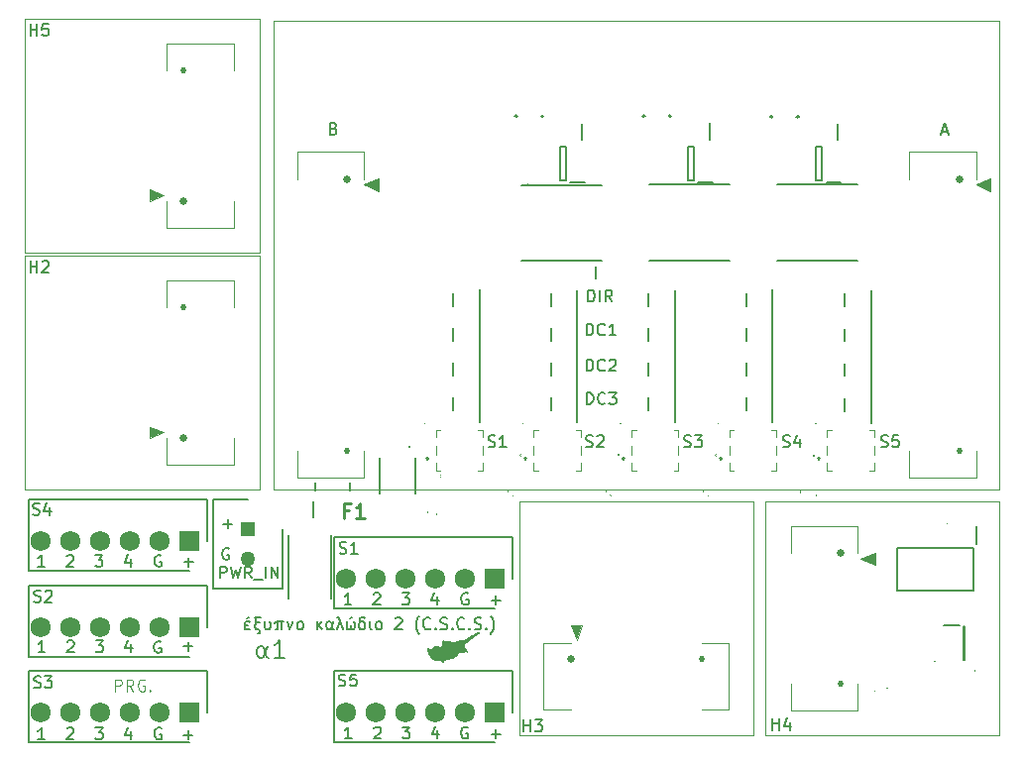
<source format=gbr>
%TF.GenerationSoftware,KiCad,Pcbnew,7.0.2*%
%TF.CreationDate,2023-06-06T11:51:25+03:00*%
%TF.ProjectId,MB_V1,4d425f56-312e-46b6-9963-61645f706362,rev?*%
%TF.SameCoordinates,Original*%
%TF.FileFunction,Legend,Top*%
%TF.FilePolarity,Positive*%
%FSLAX46Y46*%
G04 Gerber Fmt 4.6, Leading zero omitted, Abs format (unit mm)*
G04 Created by KiCad (PCBNEW 7.0.2) date 2023-06-06 11:51:25*
%MOMM*%
%LPD*%
G01*
G04 APERTURE LIST*
%ADD10C,0.125000*%
%ADD11C,0.150000*%
%ADD12C,0.254000*%
%ADD13C,0.050000*%
%ADD14C,0.200000*%
%ADD15C,0.100000*%
%ADD16C,0.120000*%
%ADD17C,1.725000*%
%ADD18R,1.725000X1.725000*%
%ADD19C,0.525000*%
%ADD20C,0.675000*%
%ADD21R,1.275000X1.275000*%
%ADD22C,1.275000*%
G04 APERTURE END LIST*
D10*
X88458095Y-158717619D02*
X88458095Y-157717619D01*
X88458095Y-157717619D02*
X88839047Y-157717619D01*
X88839047Y-157717619D02*
X88934285Y-157765238D01*
X88934285Y-157765238D02*
X88981904Y-157812857D01*
X88981904Y-157812857D02*
X89029523Y-157908095D01*
X89029523Y-157908095D02*
X89029523Y-158050952D01*
X89029523Y-158050952D02*
X88981904Y-158146190D01*
X88981904Y-158146190D02*
X88934285Y-158193809D01*
X88934285Y-158193809D02*
X88839047Y-158241428D01*
X88839047Y-158241428D02*
X88458095Y-158241428D01*
X90029523Y-158717619D02*
X89696190Y-158241428D01*
X89458095Y-158717619D02*
X89458095Y-157717619D01*
X89458095Y-157717619D02*
X89839047Y-157717619D01*
X89839047Y-157717619D02*
X89934285Y-157765238D01*
X89934285Y-157765238D02*
X89981904Y-157812857D01*
X89981904Y-157812857D02*
X90029523Y-157908095D01*
X90029523Y-157908095D02*
X90029523Y-158050952D01*
X90029523Y-158050952D02*
X89981904Y-158146190D01*
X89981904Y-158146190D02*
X89934285Y-158193809D01*
X89934285Y-158193809D02*
X89839047Y-158241428D01*
X89839047Y-158241428D02*
X89458095Y-158241428D01*
X90981904Y-157765238D02*
X90886666Y-157717619D01*
X90886666Y-157717619D02*
X90743809Y-157717619D01*
X90743809Y-157717619D02*
X90600952Y-157765238D01*
X90600952Y-157765238D02*
X90505714Y-157860476D01*
X90505714Y-157860476D02*
X90458095Y-157955714D01*
X90458095Y-157955714D02*
X90410476Y-158146190D01*
X90410476Y-158146190D02*
X90410476Y-158289047D01*
X90410476Y-158289047D02*
X90458095Y-158479523D01*
X90458095Y-158479523D02*
X90505714Y-158574761D01*
X90505714Y-158574761D02*
X90600952Y-158670000D01*
X90600952Y-158670000D02*
X90743809Y-158717619D01*
X90743809Y-158717619D02*
X90839047Y-158717619D01*
X90839047Y-158717619D02*
X90981904Y-158670000D01*
X90981904Y-158670000D02*
X91029523Y-158622380D01*
X91029523Y-158622380D02*
X91029523Y-158289047D01*
X91029523Y-158289047D02*
X90839047Y-158289047D01*
X91458095Y-158622380D02*
X91505714Y-158670000D01*
X91505714Y-158670000D02*
X91458095Y-158717619D01*
X91458095Y-158717619D02*
X91410476Y-158670000D01*
X91410476Y-158670000D02*
X91458095Y-158622380D01*
X91458095Y-158622380D02*
X91458095Y-158717619D01*
D11*
X99693333Y-153104285D02*
X99598095Y-153151904D01*
X99598095Y-153151904D02*
X99550476Y-153247142D01*
X99550476Y-153247142D02*
X99550476Y-153294761D01*
X99550476Y-153294761D02*
X99598095Y-153390000D01*
X99598095Y-153390000D02*
X99693333Y-153437619D01*
X99693333Y-153437619D02*
X99883809Y-153437619D01*
X99883809Y-153437619D02*
X99979047Y-153390000D01*
X99788571Y-153104285D02*
X99693333Y-153104285D01*
X99693333Y-153104285D02*
X99598095Y-153056666D01*
X99598095Y-153056666D02*
X99550476Y-152961428D01*
X99550476Y-152961428D02*
X99550476Y-152913809D01*
X99550476Y-152913809D02*
X99598095Y-152818571D01*
X99598095Y-152818571D02*
X99693333Y-152770952D01*
X99693333Y-152770952D02*
X99883809Y-152770952D01*
X99883809Y-152770952D02*
X99979047Y-152818571D01*
X99883809Y-152390000D02*
X99740952Y-152532857D01*
X100407619Y-152437619D02*
X100883809Y-152437619D01*
X100598095Y-152437619D02*
X100502857Y-152485238D01*
X100502857Y-152485238D02*
X100455238Y-152580476D01*
X100455238Y-152580476D02*
X100455238Y-152723333D01*
X100455238Y-152723333D02*
X100502857Y-152818571D01*
X100502857Y-152818571D02*
X100598095Y-152866190D01*
X100598095Y-152866190D02*
X100788571Y-152866190D01*
X100598095Y-152866190D02*
X100502857Y-152913809D01*
X100502857Y-152913809D02*
X100455238Y-152961428D01*
X100455238Y-152961428D02*
X100407619Y-153056666D01*
X100407619Y-153056666D02*
X100407619Y-153247142D01*
X100407619Y-153247142D02*
X100455238Y-153342380D01*
X100455238Y-153342380D02*
X100502857Y-153390000D01*
X100502857Y-153390000D02*
X100598095Y-153437619D01*
X100598095Y-153437619D02*
X100693333Y-153437619D01*
X100693333Y-153437619D02*
X100788571Y-153485238D01*
X100788571Y-153485238D02*
X100836190Y-153580476D01*
X100836190Y-153580476D02*
X100836190Y-153628095D01*
X100836190Y-153628095D02*
X100788571Y-153723333D01*
X100788571Y-153723333D02*
X100693333Y-153770952D01*
X100693333Y-153770952D02*
X100645714Y-153770952D01*
X101264762Y-152770952D02*
X101264762Y-153294761D01*
X101264762Y-153294761D02*
X101312381Y-153390000D01*
X101312381Y-153390000D02*
X101407619Y-153437619D01*
X101407619Y-153437619D02*
X101550476Y-153437619D01*
X101550476Y-153437619D02*
X101645714Y-153390000D01*
X101645714Y-153390000D02*
X101693333Y-153342380D01*
X101693333Y-153342380D02*
X101740952Y-153247142D01*
X101740952Y-153247142D02*
X101740952Y-152913809D01*
X101740952Y-152913809D02*
X101693333Y-152818571D01*
X101693333Y-152818571D02*
X101645714Y-152770952D01*
X102693333Y-152770952D02*
X102693333Y-153437619D01*
X102360000Y-152770952D02*
X102360000Y-153294761D01*
X102360000Y-153294761D02*
X102312381Y-153390000D01*
X102312381Y-153390000D02*
X102217143Y-153437619D01*
X102883809Y-152770952D02*
X102264762Y-152770952D01*
X102264762Y-152770952D02*
X102169524Y-152818571D01*
X102169524Y-152818571D02*
X102121905Y-152913809D01*
X103169524Y-152770952D02*
X103407619Y-153437619D01*
X103407619Y-153437619D02*
X103645714Y-152913809D01*
X103645714Y-152913809D02*
X103645714Y-152866190D01*
X103645714Y-152866190D02*
X103598095Y-152770952D01*
X104217143Y-153437619D02*
X104121905Y-153390000D01*
X104121905Y-153390000D02*
X104074286Y-153342380D01*
X104074286Y-153342380D02*
X104026667Y-153247142D01*
X104026667Y-153247142D02*
X104026667Y-152961428D01*
X104026667Y-152961428D02*
X104074286Y-152866190D01*
X104074286Y-152866190D02*
X104121905Y-152818571D01*
X104121905Y-152818571D02*
X104217143Y-152770952D01*
X104217143Y-152770952D02*
X104360000Y-152770952D01*
X104360000Y-152770952D02*
X104455238Y-152818571D01*
X104455238Y-152818571D02*
X104502857Y-152866190D01*
X104502857Y-152866190D02*
X104550476Y-152961428D01*
X104550476Y-152961428D02*
X104550476Y-153247142D01*
X104550476Y-153247142D02*
X104502857Y-153342380D01*
X104502857Y-153342380D02*
X104455238Y-153390000D01*
X104455238Y-153390000D02*
X104360000Y-153437619D01*
X104360000Y-153437619D02*
X104217143Y-153437619D01*
X105740953Y-152770952D02*
X105740953Y-153437619D01*
X105836191Y-153056666D02*
X106121905Y-153437619D01*
X106121905Y-152770952D02*
X105740953Y-153151904D01*
X107121905Y-152770952D02*
X106979048Y-153247142D01*
X106979048Y-153247142D02*
X106931429Y-153342380D01*
X106931429Y-153342380D02*
X106883810Y-153390000D01*
X106883810Y-153390000D02*
X106788572Y-153437619D01*
X106788572Y-153437619D02*
X106693334Y-153437619D01*
X106693334Y-153437619D02*
X106598096Y-153390000D01*
X106598096Y-153390000D02*
X106550477Y-153342380D01*
X106550477Y-153342380D02*
X106502858Y-153199523D01*
X106502858Y-153199523D02*
X106502858Y-153009047D01*
X106502858Y-153009047D02*
X106550477Y-152866190D01*
X106550477Y-152866190D02*
X106598096Y-152818571D01*
X106598096Y-152818571D02*
X106693334Y-152770952D01*
X106693334Y-152770952D02*
X106788572Y-152770952D01*
X106788572Y-152770952D02*
X106883810Y-152818571D01*
X106883810Y-152818571D02*
X106931429Y-152866190D01*
X106931429Y-152866190D02*
X106979048Y-152961428D01*
X106979048Y-152961428D02*
X107026667Y-153294761D01*
X107026667Y-153294761D02*
X107074286Y-153390000D01*
X107074286Y-153390000D02*
X107169524Y-153437619D01*
X107693334Y-152770952D02*
X107455239Y-153437619D01*
X107455239Y-152437619D02*
X107550477Y-152437619D01*
X107550477Y-152437619D02*
X107598096Y-152485238D01*
X107598096Y-152485238D02*
X107693334Y-152770952D01*
X107693334Y-152770952D02*
X107931429Y-153437619D01*
X108598096Y-153104285D02*
X108598096Y-153294761D01*
X108360001Y-152770952D02*
X108312382Y-152818571D01*
X108312382Y-152818571D02*
X108264763Y-152913809D01*
X108264763Y-152913809D02*
X108264763Y-153294761D01*
X108264763Y-153294761D02*
X108312382Y-153390000D01*
X108312382Y-153390000D02*
X108407620Y-153437619D01*
X108407620Y-153437619D02*
X108455239Y-153437619D01*
X108455239Y-153437619D02*
X108550477Y-153390000D01*
X108550477Y-153390000D02*
X108598096Y-153294761D01*
X108598096Y-153294761D02*
X108645715Y-153390000D01*
X108645715Y-153390000D02*
X108740953Y-153437619D01*
X108740953Y-153437619D02*
X108788572Y-153437619D01*
X108788572Y-153437619D02*
X108883810Y-153390000D01*
X108883810Y-153390000D02*
X108931429Y-153294761D01*
X108931429Y-153294761D02*
X108931429Y-152913809D01*
X108931429Y-152913809D02*
X108883810Y-152818571D01*
X108883810Y-152818571D02*
X108836191Y-152770952D01*
X108693334Y-152390000D02*
X108550477Y-152532857D01*
X109645715Y-152770952D02*
X109502858Y-152770952D01*
X109502858Y-152770952D02*
X109407620Y-152818571D01*
X109407620Y-152818571D02*
X109360001Y-152866190D01*
X109360001Y-152866190D02*
X109312382Y-152961428D01*
X109312382Y-152961428D02*
X109312382Y-153247142D01*
X109312382Y-153247142D02*
X109360001Y-153342380D01*
X109360001Y-153342380D02*
X109407620Y-153390000D01*
X109407620Y-153390000D02*
X109502858Y-153437619D01*
X109502858Y-153437619D02*
X109645715Y-153437619D01*
X109645715Y-153437619D02*
X109740953Y-153390000D01*
X109740953Y-153390000D02*
X109788572Y-153342380D01*
X109788572Y-153342380D02*
X109836191Y-153247142D01*
X109836191Y-153247142D02*
X109836191Y-152961428D01*
X109836191Y-152961428D02*
X109788572Y-152866190D01*
X109788572Y-152866190D02*
X109740953Y-152818571D01*
X109740953Y-152818571D02*
X109645715Y-152770952D01*
X109645715Y-152770952D02*
X109502858Y-152723333D01*
X109502858Y-152723333D02*
X109407620Y-152675714D01*
X109407620Y-152675714D02*
X109360001Y-152580476D01*
X109360001Y-152580476D02*
X109407620Y-152485238D01*
X109407620Y-152485238D02*
X109502858Y-152437619D01*
X109502858Y-152437619D02*
X109693334Y-152437619D01*
X109693334Y-152437619D02*
X109788572Y-152485238D01*
X110264763Y-152770952D02*
X110264763Y-153294761D01*
X110264763Y-153294761D02*
X110312382Y-153390000D01*
X110312382Y-153390000D02*
X110407620Y-153437619D01*
X110931430Y-153437619D02*
X110836192Y-153390000D01*
X110836192Y-153390000D02*
X110788573Y-153342380D01*
X110788573Y-153342380D02*
X110740954Y-153247142D01*
X110740954Y-153247142D02*
X110740954Y-152961428D01*
X110740954Y-152961428D02*
X110788573Y-152866190D01*
X110788573Y-152866190D02*
X110836192Y-152818571D01*
X110836192Y-152818571D02*
X110931430Y-152770952D01*
X110931430Y-152770952D02*
X111074287Y-152770952D01*
X111074287Y-152770952D02*
X111169525Y-152818571D01*
X111169525Y-152818571D02*
X111217144Y-152866190D01*
X111217144Y-152866190D02*
X111264763Y-152961428D01*
X111264763Y-152961428D02*
X111264763Y-153247142D01*
X111264763Y-153247142D02*
X111217144Y-153342380D01*
X111217144Y-153342380D02*
X111169525Y-153390000D01*
X111169525Y-153390000D02*
X111074287Y-153437619D01*
X111074287Y-153437619D02*
X110931430Y-153437619D01*
X112407621Y-152532857D02*
X112455240Y-152485238D01*
X112455240Y-152485238D02*
X112550478Y-152437619D01*
X112550478Y-152437619D02*
X112788573Y-152437619D01*
X112788573Y-152437619D02*
X112883811Y-152485238D01*
X112883811Y-152485238D02*
X112931430Y-152532857D01*
X112931430Y-152532857D02*
X112979049Y-152628095D01*
X112979049Y-152628095D02*
X112979049Y-152723333D01*
X112979049Y-152723333D02*
X112931430Y-152866190D01*
X112931430Y-152866190D02*
X112360002Y-153437619D01*
X112360002Y-153437619D02*
X112979049Y-153437619D01*
X114455240Y-153818571D02*
X114407621Y-153770952D01*
X114407621Y-153770952D02*
X114312383Y-153628095D01*
X114312383Y-153628095D02*
X114264764Y-153532857D01*
X114264764Y-153532857D02*
X114217145Y-153390000D01*
X114217145Y-153390000D02*
X114169526Y-153151904D01*
X114169526Y-153151904D02*
X114169526Y-152961428D01*
X114169526Y-152961428D02*
X114217145Y-152723333D01*
X114217145Y-152723333D02*
X114264764Y-152580476D01*
X114264764Y-152580476D02*
X114312383Y-152485238D01*
X114312383Y-152485238D02*
X114407621Y-152342380D01*
X114407621Y-152342380D02*
X114455240Y-152294761D01*
X115407621Y-153342380D02*
X115360002Y-153390000D01*
X115360002Y-153390000D02*
X115217145Y-153437619D01*
X115217145Y-153437619D02*
X115121907Y-153437619D01*
X115121907Y-153437619D02*
X114979050Y-153390000D01*
X114979050Y-153390000D02*
X114883812Y-153294761D01*
X114883812Y-153294761D02*
X114836193Y-153199523D01*
X114836193Y-153199523D02*
X114788574Y-153009047D01*
X114788574Y-153009047D02*
X114788574Y-152866190D01*
X114788574Y-152866190D02*
X114836193Y-152675714D01*
X114836193Y-152675714D02*
X114883812Y-152580476D01*
X114883812Y-152580476D02*
X114979050Y-152485238D01*
X114979050Y-152485238D02*
X115121907Y-152437619D01*
X115121907Y-152437619D02*
X115217145Y-152437619D01*
X115217145Y-152437619D02*
X115360002Y-152485238D01*
X115360002Y-152485238D02*
X115407621Y-152532857D01*
X115836193Y-153342380D02*
X115883812Y-153390000D01*
X115883812Y-153390000D02*
X115836193Y-153437619D01*
X115836193Y-153437619D02*
X115788574Y-153390000D01*
X115788574Y-153390000D02*
X115836193Y-153342380D01*
X115836193Y-153342380D02*
X115836193Y-153437619D01*
X116264764Y-153390000D02*
X116407621Y-153437619D01*
X116407621Y-153437619D02*
X116645716Y-153437619D01*
X116645716Y-153437619D02*
X116740954Y-153390000D01*
X116740954Y-153390000D02*
X116788573Y-153342380D01*
X116788573Y-153342380D02*
X116836192Y-153247142D01*
X116836192Y-153247142D02*
X116836192Y-153151904D01*
X116836192Y-153151904D02*
X116788573Y-153056666D01*
X116788573Y-153056666D02*
X116740954Y-153009047D01*
X116740954Y-153009047D02*
X116645716Y-152961428D01*
X116645716Y-152961428D02*
X116455240Y-152913809D01*
X116455240Y-152913809D02*
X116360002Y-152866190D01*
X116360002Y-152866190D02*
X116312383Y-152818571D01*
X116312383Y-152818571D02*
X116264764Y-152723333D01*
X116264764Y-152723333D02*
X116264764Y-152628095D01*
X116264764Y-152628095D02*
X116312383Y-152532857D01*
X116312383Y-152532857D02*
X116360002Y-152485238D01*
X116360002Y-152485238D02*
X116455240Y-152437619D01*
X116455240Y-152437619D02*
X116693335Y-152437619D01*
X116693335Y-152437619D02*
X116836192Y-152485238D01*
X117264764Y-153342380D02*
X117312383Y-153390000D01*
X117312383Y-153390000D02*
X117264764Y-153437619D01*
X117264764Y-153437619D02*
X117217145Y-153390000D01*
X117217145Y-153390000D02*
X117264764Y-153342380D01*
X117264764Y-153342380D02*
X117264764Y-153437619D01*
X118312382Y-153342380D02*
X118264763Y-153390000D01*
X118264763Y-153390000D02*
X118121906Y-153437619D01*
X118121906Y-153437619D02*
X118026668Y-153437619D01*
X118026668Y-153437619D02*
X117883811Y-153390000D01*
X117883811Y-153390000D02*
X117788573Y-153294761D01*
X117788573Y-153294761D02*
X117740954Y-153199523D01*
X117740954Y-153199523D02*
X117693335Y-153009047D01*
X117693335Y-153009047D02*
X117693335Y-152866190D01*
X117693335Y-152866190D02*
X117740954Y-152675714D01*
X117740954Y-152675714D02*
X117788573Y-152580476D01*
X117788573Y-152580476D02*
X117883811Y-152485238D01*
X117883811Y-152485238D02*
X118026668Y-152437619D01*
X118026668Y-152437619D02*
X118121906Y-152437619D01*
X118121906Y-152437619D02*
X118264763Y-152485238D01*
X118264763Y-152485238D02*
X118312382Y-152532857D01*
X118740954Y-153342380D02*
X118788573Y-153390000D01*
X118788573Y-153390000D02*
X118740954Y-153437619D01*
X118740954Y-153437619D02*
X118693335Y-153390000D01*
X118693335Y-153390000D02*
X118740954Y-153342380D01*
X118740954Y-153342380D02*
X118740954Y-153437619D01*
X119169525Y-153390000D02*
X119312382Y-153437619D01*
X119312382Y-153437619D02*
X119550477Y-153437619D01*
X119550477Y-153437619D02*
X119645715Y-153390000D01*
X119645715Y-153390000D02*
X119693334Y-153342380D01*
X119693334Y-153342380D02*
X119740953Y-153247142D01*
X119740953Y-153247142D02*
X119740953Y-153151904D01*
X119740953Y-153151904D02*
X119693334Y-153056666D01*
X119693334Y-153056666D02*
X119645715Y-153009047D01*
X119645715Y-153009047D02*
X119550477Y-152961428D01*
X119550477Y-152961428D02*
X119360001Y-152913809D01*
X119360001Y-152913809D02*
X119264763Y-152866190D01*
X119264763Y-152866190D02*
X119217144Y-152818571D01*
X119217144Y-152818571D02*
X119169525Y-152723333D01*
X119169525Y-152723333D02*
X119169525Y-152628095D01*
X119169525Y-152628095D02*
X119217144Y-152532857D01*
X119217144Y-152532857D02*
X119264763Y-152485238D01*
X119264763Y-152485238D02*
X119360001Y-152437619D01*
X119360001Y-152437619D02*
X119598096Y-152437619D01*
X119598096Y-152437619D02*
X119740953Y-152485238D01*
X120169525Y-153342380D02*
X120217144Y-153390000D01*
X120217144Y-153390000D02*
X120169525Y-153437619D01*
X120169525Y-153437619D02*
X120121906Y-153390000D01*
X120121906Y-153390000D02*
X120169525Y-153342380D01*
X120169525Y-153342380D02*
X120169525Y-153437619D01*
X120550477Y-153818571D02*
X120598096Y-153770952D01*
X120598096Y-153770952D02*
X120693334Y-153628095D01*
X120693334Y-153628095D02*
X120740953Y-153532857D01*
X120740953Y-153532857D02*
X120788572Y-153390000D01*
X120788572Y-153390000D02*
X120836191Y-153151904D01*
X120836191Y-153151904D02*
X120836191Y-152961428D01*
X120836191Y-152961428D02*
X120788572Y-152723333D01*
X120788572Y-152723333D02*
X120740953Y-152580476D01*
X120740953Y-152580476D02*
X120693334Y-152485238D01*
X120693334Y-152485238D02*
X120598096Y-152342380D01*
X120598096Y-152342380D02*
X120550477Y-152294761D01*
X108691904Y-162767619D02*
X108120476Y-162767619D01*
X108406190Y-162767619D02*
X108406190Y-161767619D01*
X108406190Y-161767619D02*
X108310952Y-161910476D01*
X108310952Y-161910476D02*
X108215714Y-162005714D01*
X108215714Y-162005714D02*
X108120476Y-162053333D01*
X110596667Y-161862857D02*
X110644286Y-161815238D01*
X110644286Y-161815238D02*
X110739524Y-161767619D01*
X110739524Y-161767619D02*
X110977619Y-161767619D01*
X110977619Y-161767619D02*
X111072857Y-161815238D01*
X111072857Y-161815238D02*
X111120476Y-161862857D01*
X111120476Y-161862857D02*
X111168095Y-161958095D01*
X111168095Y-161958095D02*
X111168095Y-162053333D01*
X111168095Y-162053333D02*
X111120476Y-162196190D01*
X111120476Y-162196190D02*
X110549048Y-162767619D01*
X110549048Y-162767619D02*
X111168095Y-162767619D01*
X113025239Y-161767619D02*
X113644286Y-161767619D01*
X113644286Y-161767619D02*
X113310953Y-162148571D01*
X113310953Y-162148571D02*
X113453810Y-162148571D01*
X113453810Y-162148571D02*
X113549048Y-162196190D01*
X113549048Y-162196190D02*
X113596667Y-162243809D01*
X113596667Y-162243809D02*
X113644286Y-162339047D01*
X113644286Y-162339047D02*
X113644286Y-162577142D01*
X113644286Y-162577142D02*
X113596667Y-162672380D01*
X113596667Y-162672380D02*
X113549048Y-162720000D01*
X113549048Y-162720000D02*
X113453810Y-162767619D01*
X113453810Y-162767619D02*
X113168096Y-162767619D01*
X113168096Y-162767619D02*
X113072858Y-162720000D01*
X113072858Y-162720000D02*
X113025239Y-162672380D01*
X116025239Y-162100952D02*
X116025239Y-162767619D01*
X115787144Y-161720000D02*
X115549049Y-162434285D01*
X115549049Y-162434285D02*
X116168096Y-162434285D01*
X108651904Y-151327619D02*
X108080476Y-151327619D01*
X108366190Y-151327619D02*
X108366190Y-150327619D01*
X108366190Y-150327619D02*
X108270952Y-150470476D01*
X108270952Y-150470476D02*
X108175714Y-150565714D01*
X108175714Y-150565714D02*
X108080476Y-150613333D01*
X110556667Y-150422857D02*
X110604286Y-150375238D01*
X110604286Y-150375238D02*
X110699524Y-150327619D01*
X110699524Y-150327619D02*
X110937619Y-150327619D01*
X110937619Y-150327619D02*
X111032857Y-150375238D01*
X111032857Y-150375238D02*
X111080476Y-150422857D01*
X111080476Y-150422857D02*
X111128095Y-150518095D01*
X111128095Y-150518095D02*
X111128095Y-150613333D01*
X111128095Y-150613333D02*
X111080476Y-150756190D01*
X111080476Y-150756190D02*
X110509048Y-151327619D01*
X110509048Y-151327619D02*
X111128095Y-151327619D01*
X112985239Y-150327619D02*
X113604286Y-150327619D01*
X113604286Y-150327619D02*
X113270953Y-150708571D01*
X113270953Y-150708571D02*
X113413810Y-150708571D01*
X113413810Y-150708571D02*
X113509048Y-150756190D01*
X113509048Y-150756190D02*
X113556667Y-150803809D01*
X113556667Y-150803809D02*
X113604286Y-150899047D01*
X113604286Y-150899047D02*
X113604286Y-151137142D01*
X113604286Y-151137142D02*
X113556667Y-151232380D01*
X113556667Y-151232380D02*
X113509048Y-151280000D01*
X113509048Y-151280000D02*
X113413810Y-151327619D01*
X113413810Y-151327619D02*
X113128096Y-151327619D01*
X113128096Y-151327619D02*
X113032858Y-151280000D01*
X113032858Y-151280000D02*
X112985239Y-151232380D01*
X115985239Y-150660952D02*
X115985239Y-151327619D01*
X115747144Y-150280000D02*
X115509049Y-150994285D01*
X115509049Y-150994285D02*
X116128096Y-150994285D01*
X82491904Y-155397619D02*
X81920476Y-155397619D01*
X82206190Y-155397619D02*
X82206190Y-154397619D01*
X82206190Y-154397619D02*
X82110952Y-154540476D01*
X82110952Y-154540476D02*
X82015714Y-154635714D01*
X82015714Y-154635714D02*
X81920476Y-154683333D01*
X84396667Y-154492857D02*
X84444286Y-154445238D01*
X84444286Y-154445238D02*
X84539524Y-154397619D01*
X84539524Y-154397619D02*
X84777619Y-154397619D01*
X84777619Y-154397619D02*
X84872857Y-154445238D01*
X84872857Y-154445238D02*
X84920476Y-154492857D01*
X84920476Y-154492857D02*
X84968095Y-154588095D01*
X84968095Y-154588095D02*
X84968095Y-154683333D01*
X84968095Y-154683333D02*
X84920476Y-154826190D01*
X84920476Y-154826190D02*
X84349048Y-155397619D01*
X84349048Y-155397619D02*
X84968095Y-155397619D01*
X86825239Y-154397619D02*
X87444286Y-154397619D01*
X87444286Y-154397619D02*
X87110953Y-154778571D01*
X87110953Y-154778571D02*
X87253810Y-154778571D01*
X87253810Y-154778571D02*
X87349048Y-154826190D01*
X87349048Y-154826190D02*
X87396667Y-154873809D01*
X87396667Y-154873809D02*
X87444286Y-154969047D01*
X87444286Y-154969047D02*
X87444286Y-155207142D01*
X87444286Y-155207142D02*
X87396667Y-155302380D01*
X87396667Y-155302380D02*
X87349048Y-155350000D01*
X87349048Y-155350000D02*
X87253810Y-155397619D01*
X87253810Y-155397619D02*
X86968096Y-155397619D01*
X86968096Y-155397619D02*
X86872858Y-155350000D01*
X86872858Y-155350000D02*
X86825239Y-155302380D01*
X89825239Y-154730952D02*
X89825239Y-155397619D01*
X89587144Y-154350000D02*
X89349049Y-155064285D01*
X89349049Y-155064285D02*
X89968096Y-155064285D01*
X82461904Y-162837619D02*
X81890476Y-162837619D01*
X82176190Y-162837619D02*
X82176190Y-161837619D01*
X82176190Y-161837619D02*
X82080952Y-161980476D01*
X82080952Y-161980476D02*
X81985714Y-162075714D01*
X81985714Y-162075714D02*
X81890476Y-162123333D01*
X84366667Y-161932857D02*
X84414286Y-161885238D01*
X84414286Y-161885238D02*
X84509524Y-161837619D01*
X84509524Y-161837619D02*
X84747619Y-161837619D01*
X84747619Y-161837619D02*
X84842857Y-161885238D01*
X84842857Y-161885238D02*
X84890476Y-161932857D01*
X84890476Y-161932857D02*
X84938095Y-162028095D01*
X84938095Y-162028095D02*
X84938095Y-162123333D01*
X84938095Y-162123333D02*
X84890476Y-162266190D01*
X84890476Y-162266190D02*
X84319048Y-162837619D01*
X84319048Y-162837619D02*
X84938095Y-162837619D01*
X86795239Y-161837619D02*
X87414286Y-161837619D01*
X87414286Y-161837619D02*
X87080953Y-162218571D01*
X87080953Y-162218571D02*
X87223810Y-162218571D01*
X87223810Y-162218571D02*
X87319048Y-162266190D01*
X87319048Y-162266190D02*
X87366667Y-162313809D01*
X87366667Y-162313809D02*
X87414286Y-162409047D01*
X87414286Y-162409047D02*
X87414286Y-162647142D01*
X87414286Y-162647142D02*
X87366667Y-162742380D01*
X87366667Y-162742380D02*
X87319048Y-162790000D01*
X87319048Y-162790000D02*
X87223810Y-162837619D01*
X87223810Y-162837619D02*
X86938096Y-162837619D01*
X86938096Y-162837619D02*
X86842858Y-162790000D01*
X86842858Y-162790000D02*
X86795239Y-162742380D01*
X89795239Y-162170952D02*
X89795239Y-162837619D01*
X89557144Y-161790000D02*
X89319049Y-162504285D01*
X89319049Y-162504285D02*
X89938096Y-162504285D01*
X82451904Y-148077619D02*
X81880476Y-148077619D01*
X82166190Y-148077619D02*
X82166190Y-147077619D01*
X82166190Y-147077619D02*
X82070952Y-147220476D01*
X82070952Y-147220476D02*
X81975714Y-147315714D01*
X81975714Y-147315714D02*
X81880476Y-147363333D01*
X84356667Y-147172857D02*
X84404286Y-147125238D01*
X84404286Y-147125238D02*
X84499524Y-147077619D01*
X84499524Y-147077619D02*
X84737619Y-147077619D01*
X84737619Y-147077619D02*
X84832857Y-147125238D01*
X84832857Y-147125238D02*
X84880476Y-147172857D01*
X84880476Y-147172857D02*
X84928095Y-147268095D01*
X84928095Y-147268095D02*
X84928095Y-147363333D01*
X84928095Y-147363333D02*
X84880476Y-147506190D01*
X84880476Y-147506190D02*
X84309048Y-148077619D01*
X84309048Y-148077619D02*
X84928095Y-148077619D01*
X86785239Y-147077619D02*
X87404286Y-147077619D01*
X87404286Y-147077619D02*
X87070953Y-147458571D01*
X87070953Y-147458571D02*
X87213810Y-147458571D01*
X87213810Y-147458571D02*
X87309048Y-147506190D01*
X87309048Y-147506190D02*
X87356667Y-147553809D01*
X87356667Y-147553809D02*
X87404286Y-147649047D01*
X87404286Y-147649047D02*
X87404286Y-147887142D01*
X87404286Y-147887142D02*
X87356667Y-147982380D01*
X87356667Y-147982380D02*
X87309048Y-148030000D01*
X87309048Y-148030000D02*
X87213810Y-148077619D01*
X87213810Y-148077619D02*
X86928096Y-148077619D01*
X86928096Y-148077619D02*
X86832858Y-148030000D01*
X86832858Y-148030000D02*
X86785239Y-147982380D01*
X89785239Y-147410952D02*
X89785239Y-148077619D01*
X89547144Y-147030000D02*
X89309049Y-147744285D01*
X89309049Y-147744285D02*
X89928096Y-147744285D01*
X101494285Y-154866428D02*
X101280000Y-155580714D01*
X101280000Y-155580714D02*
X101208571Y-155723571D01*
X101208571Y-155723571D02*
X101137142Y-155795000D01*
X101137142Y-155795000D02*
X100994285Y-155866428D01*
X100994285Y-155866428D02*
X100851428Y-155866428D01*
X100851428Y-155866428D02*
X100708571Y-155795000D01*
X100708571Y-155795000D02*
X100637142Y-155723571D01*
X100637142Y-155723571D02*
X100565714Y-155509285D01*
X100565714Y-155509285D02*
X100565714Y-155223571D01*
X100565714Y-155223571D02*
X100637142Y-155009285D01*
X100637142Y-155009285D02*
X100708571Y-154937857D01*
X100708571Y-154937857D02*
X100851428Y-154866428D01*
X100851428Y-154866428D02*
X100994285Y-154866428D01*
X100994285Y-154866428D02*
X101137142Y-154937857D01*
X101137142Y-154937857D02*
X101208571Y-155009285D01*
X101208571Y-155009285D02*
X101280000Y-155152142D01*
X101280000Y-155152142D02*
X101351428Y-155652142D01*
X101351428Y-155652142D02*
X101422857Y-155795000D01*
X101422857Y-155795000D02*
X101565714Y-155866428D01*
X102922857Y-155866428D02*
X102065714Y-155866428D01*
X102494285Y-155866428D02*
X102494285Y-154366428D01*
X102494285Y-154366428D02*
X102351428Y-154580714D01*
X102351428Y-154580714D02*
X102208571Y-154723571D01*
X102208571Y-154723571D02*
X102065714Y-154795000D01*
X97428095Y-149057619D02*
X97428095Y-148057619D01*
X97428095Y-148057619D02*
X97809047Y-148057619D01*
X97809047Y-148057619D02*
X97904285Y-148105238D01*
X97904285Y-148105238D02*
X97951904Y-148152857D01*
X97951904Y-148152857D02*
X97999523Y-148248095D01*
X97999523Y-148248095D02*
X97999523Y-148390952D01*
X97999523Y-148390952D02*
X97951904Y-148486190D01*
X97951904Y-148486190D02*
X97904285Y-148533809D01*
X97904285Y-148533809D02*
X97809047Y-148581428D01*
X97809047Y-148581428D02*
X97428095Y-148581428D01*
X98332857Y-148057619D02*
X98570952Y-149057619D01*
X98570952Y-149057619D02*
X98761428Y-148343333D01*
X98761428Y-148343333D02*
X98951904Y-149057619D01*
X98951904Y-149057619D02*
X99190000Y-148057619D01*
X100142380Y-149057619D02*
X99809047Y-148581428D01*
X99570952Y-149057619D02*
X99570952Y-148057619D01*
X99570952Y-148057619D02*
X99951904Y-148057619D01*
X99951904Y-148057619D02*
X100047142Y-148105238D01*
X100047142Y-148105238D02*
X100094761Y-148152857D01*
X100094761Y-148152857D02*
X100142380Y-148248095D01*
X100142380Y-148248095D02*
X100142380Y-148390952D01*
X100142380Y-148390952D02*
X100094761Y-148486190D01*
X100094761Y-148486190D02*
X100047142Y-148533809D01*
X100047142Y-148533809D02*
X99951904Y-148581428D01*
X99951904Y-148581428D02*
X99570952Y-148581428D01*
X100332857Y-149152857D02*
X101094761Y-149152857D01*
X101332857Y-149057619D02*
X101332857Y-148057619D01*
X101809047Y-149057619D02*
X101809047Y-148057619D01*
X101809047Y-148057619D02*
X102380475Y-149057619D01*
X102380475Y-149057619D02*
X102380475Y-148057619D01*
X81450476Y-143610000D02*
X81593333Y-143657619D01*
X81593333Y-143657619D02*
X81831428Y-143657619D01*
X81831428Y-143657619D02*
X81926666Y-143610000D01*
X81926666Y-143610000D02*
X81974285Y-143562380D01*
X81974285Y-143562380D02*
X82021904Y-143467142D01*
X82021904Y-143467142D02*
X82021904Y-143371904D01*
X82021904Y-143371904D02*
X81974285Y-143276666D01*
X81974285Y-143276666D02*
X81926666Y-143229047D01*
X81926666Y-143229047D02*
X81831428Y-143181428D01*
X81831428Y-143181428D02*
X81640952Y-143133809D01*
X81640952Y-143133809D02*
X81545714Y-143086190D01*
X81545714Y-143086190D02*
X81498095Y-143038571D01*
X81498095Y-143038571D02*
X81450476Y-142943333D01*
X81450476Y-142943333D02*
X81450476Y-142848095D01*
X81450476Y-142848095D02*
X81498095Y-142752857D01*
X81498095Y-142752857D02*
X81545714Y-142705238D01*
X81545714Y-142705238D02*
X81640952Y-142657619D01*
X81640952Y-142657619D02*
X81879047Y-142657619D01*
X81879047Y-142657619D02*
X82021904Y-142705238D01*
X82879047Y-142990952D02*
X82879047Y-143657619D01*
X82640952Y-142610000D02*
X82402857Y-143324285D01*
X82402857Y-143324285D02*
X83021904Y-143324285D01*
X107580476Y-158240000D02*
X107723333Y-158287619D01*
X107723333Y-158287619D02*
X107961428Y-158287619D01*
X107961428Y-158287619D02*
X108056666Y-158240000D01*
X108056666Y-158240000D02*
X108104285Y-158192380D01*
X108104285Y-158192380D02*
X108151904Y-158097142D01*
X108151904Y-158097142D02*
X108151904Y-158001904D01*
X108151904Y-158001904D02*
X108104285Y-157906666D01*
X108104285Y-157906666D02*
X108056666Y-157859047D01*
X108056666Y-157859047D02*
X107961428Y-157811428D01*
X107961428Y-157811428D02*
X107770952Y-157763809D01*
X107770952Y-157763809D02*
X107675714Y-157716190D01*
X107675714Y-157716190D02*
X107628095Y-157668571D01*
X107628095Y-157668571D02*
X107580476Y-157573333D01*
X107580476Y-157573333D02*
X107580476Y-157478095D01*
X107580476Y-157478095D02*
X107628095Y-157382857D01*
X107628095Y-157382857D02*
X107675714Y-157335238D01*
X107675714Y-157335238D02*
X107770952Y-157287619D01*
X107770952Y-157287619D02*
X108009047Y-157287619D01*
X108009047Y-157287619D02*
X108151904Y-157335238D01*
X109056666Y-157287619D02*
X108580476Y-157287619D01*
X108580476Y-157287619D02*
X108532857Y-157763809D01*
X108532857Y-157763809D02*
X108580476Y-157716190D01*
X108580476Y-157716190D02*
X108675714Y-157668571D01*
X108675714Y-157668571D02*
X108913809Y-157668571D01*
X108913809Y-157668571D02*
X109009047Y-157716190D01*
X109009047Y-157716190D02*
X109056666Y-157763809D01*
X109056666Y-157763809D02*
X109104285Y-157859047D01*
X109104285Y-157859047D02*
X109104285Y-158097142D01*
X109104285Y-158097142D02*
X109056666Y-158192380D01*
X109056666Y-158192380D02*
X109009047Y-158240000D01*
X109009047Y-158240000D02*
X108913809Y-158287619D01*
X108913809Y-158287619D02*
X108675714Y-158287619D01*
X108675714Y-158287619D02*
X108580476Y-158240000D01*
X108580476Y-158240000D02*
X108532857Y-158192380D01*
X81560476Y-158390000D02*
X81703333Y-158437619D01*
X81703333Y-158437619D02*
X81941428Y-158437619D01*
X81941428Y-158437619D02*
X82036666Y-158390000D01*
X82036666Y-158390000D02*
X82084285Y-158342380D01*
X82084285Y-158342380D02*
X82131904Y-158247142D01*
X82131904Y-158247142D02*
X82131904Y-158151904D01*
X82131904Y-158151904D02*
X82084285Y-158056666D01*
X82084285Y-158056666D02*
X82036666Y-158009047D01*
X82036666Y-158009047D02*
X81941428Y-157961428D01*
X81941428Y-157961428D02*
X81750952Y-157913809D01*
X81750952Y-157913809D02*
X81655714Y-157866190D01*
X81655714Y-157866190D02*
X81608095Y-157818571D01*
X81608095Y-157818571D02*
X81560476Y-157723333D01*
X81560476Y-157723333D02*
X81560476Y-157628095D01*
X81560476Y-157628095D02*
X81608095Y-157532857D01*
X81608095Y-157532857D02*
X81655714Y-157485238D01*
X81655714Y-157485238D02*
X81750952Y-157437619D01*
X81750952Y-157437619D02*
X81989047Y-157437619D01*
X81989047Y-157437619D02*
X82131904Y-157485238D01*
X82465238Y-157437619D02*
X83084285Y-157437619D01*
X83084285Y-157437619D02*
X82750952Y-157818571D01*
X82750952Y-157818571D02*
X82893809Y-157818571D01*
X82893809Y-157818571D02*
X82989047Y-157866190D01*
X82989047Y-157866190D02*
X83036666Y-157913809D01*
X83036666Y-157913809D02*
X83084285Y-158009047D01*
X83084285Y-158009047D02*
X83084285Y-158247142D01*
X83084285Y-158247142D02*
X83036666Y-158342380D01*
X83036666Y-158342380D02*
X82989047Y-158390000D01*
X82989047Y-158390000D02*
X82893809Y-158437619D01*
X82893809Y-158437619D02*
X82608095Y-158437619D01*
X82608095Y-158437619D02*
X82512857Y-158390000D01*
X82512857Y-158390000D02*
X82465238Y-158342380D01*
X81560476Y-151050000D02*
X81703333Y-151097619D01*
X81703333Y-151097619D02*
X81941428Y-151097619D01*
X81941428Y-151097619D02*
X82036666Y-151050000D01*
X82036666Y-151050000D02*
X82084285Y-151002380D01*
X82084285Y-151002380D02*
X82131904Y-150907142D01*
X82131904Y-150907142D02*
X82131904Y-150811904D01*
X82131904Y-150811904D02*
X82084285Y-150716666D01*
X82084285Y-150716666D02*
X82036666Y-150669047D01*
X82036666Y-150669047D02*
X81941428Y-150621428D01*
X81941428Y-150621428D02*
X81750952Y-150573809D01*
X81750952Y-150573809D02*
X81655714Y-150526190D01*
X81655714Y-150526190D02*
X81608095Y-150478571D01*
X81608095Y-150478571D02*
X81560476Y-150383333D01*
X81560476Y-150383333D02*
X81560476Y-150288095D01*
X81560476Y-150288095D02*
X81608095Y-150192857D01*
X81608095Y-150192857D02*
X81655714Y-150145238D01*
X81655714Y-150145238D02*
X81750952Y-150097619D01*
X81750952Y-150097619D02*
X81989047Y-150097619D01*
X81989047Y-150097619D02*
X82131904Y-150145238D01*
X82512857Y-150192857D02*
X82560476Y-150145238D01*
X82560476Y-150145238D02*
X82655714Y-150097619D01*
X82655714Y-150097619D02*
X82893809Y-150097619D01*
X82893809Y-150097619D02*
X82989047Y-150145238D01*
X82989047Y-150145238D02*
X83036666Y-150192857D01*
X83036666Y-150192857D02*
X83084285Y-150288095D01*
X83084285Y-150288095D02*
X83084285Y-150383333D01*
X83084285Y-150383333D02*
X83036666Y-150526190D01*
X83036666Y-150526190D02*
X82465238Y-151097619D01*
X82465238Y-151097619D02*
X83084285Y-151097619D01*
X107660476Y-146920000D02*
X107803333Y-146967619D01*
X107803333Y-146967619D02*
X108041428Y-146967619D01*
X108041428Y-146967619D02*
X108136666Y-146920000D01*
X108136666Y-146920000D02*
X108184285Y-146872380D01*
X108184285Y-146872380D02*
X108231904Y-146777142D01*
X108231904Y-146777142D02*
X108231904Y-146681904D01*
X108231904Y-146681904D02*
X108184285Y-146586666D01*
X108184285Y-146586666D02*
X108136666Y-146539047D01*
X108136666Y-146539047D02*
X108041428Y-146491428D01*
X108041428Y-146491428D02*
X107850952Y-146443809D01*
X107850952Y-146443809D02*
X107755714Y-146396190D01*
X107755714Y-146396190D02*
X107708095Y-146348571D01*
X107708095Y-146348571D02*
X107660476Y-146253333D01*
X107660476Y-146253333D02*
X107660476Y-146158095D01*
X107660476Y-146158095D02*
X107708095Y-146062857D01*
X107708095Y-146062857D02*
X107755714Y-146015238D01*
X107755714Y-146015238D02*
X107850952Y-145967619D01*
X107850952Y-145967619D02*
X108089047Y-145967619D01*
X108089047Y-145967619D02*
X108231904Y-146015238D01*
X109184285Y-146967619D02*
X108612857Y-146967619D01*
X108898571Y-146967619D02*
X108898571Y-145967619D01*
X108898571Y-145967619D02*
X108803333Y-146110476D01*
X108803333Y-146110476D02*
X108708095Y-146205714D01*
X108708095Y-146205714D02*
X108612857Y-146253333D01*
X92391904Y-147125238D02*
X92296666Y-147077619D01*
X92296666Y-147077619D02*
X92153809Y-147077619D01*
X92153809Y-147077619D02*
X92010952Y-147125238D01*
X92010952Y-147125238D02*
X91915714Y-147220476D01*
X91915714Y-147220476D02*
X91868095Y-147315714D01*
X91868095Y-147315714D02*
X91820476Y-147506190D01*
X91820476Y-147506190D02*
X91820476Y-147649047D01*
X91820476Y-147649047D02*
X91868095Y-147839523D01*
X91868095Y-147839523D02*
X91915714Y-147934761D01*
X91915714Y-147934761D02*
X92010952Y-148030000D01*
X92010952Y-148030000D02*
X92153809Y-148077619D01*
X92153809Y-148077619D02*
X92249047Y-148077619D01*
X92249047Y-148077619D02*
X92391904Y-148030000D01*
X92391904Y-148030000D02*
X92439523Y-147982380D01*
X92439523Y-147982380D02*
X92439523Y-147649047D01*
X92439523Y-147649047D02*
X92249047Y-147649047D01*
X92371904Y-154505238D02*
X92276666Y-154457619D01*
X92276666Y-154457619D02*
X92133809Y-154457619D01*
X92133809Y-154457619D02*
X91990952Y-154505238D01*
X91990952Y-154505238D02*
X91895714Y-154600476D01*
X91895714Y-154600476D02*
X91848095Y-154695714D01*
X91848095Y-154695714D02*
X91800476Y-154886190D01*
X91800476Y-154886190D02*
X91800476Y-155029047D01*
X91800476Y-155029047D02*
X91848095Y-155219523D01*
X91848095Y-155219523D02*
X91895714Y-155314761D01*
X91895714Y-155314761D02*
X91990952Y-155410000D01*
X91990952Y-155410000D02*
X92133809Y-155457619D01*
X92133809Y-155457619D02*
X92229047Y-155457619D01*
X92229047Y-155457619D02*
X92371904Y-155410000D01*
X92371904Y-155410000D02*
X92419523Y-155362380D01*
X92419523Y-155362380D02*
X92419523Y-155029047D01*
X92419523Y-155029047D02*
X92229047Y-155029047D01*
X92411904Y-161885238D02*
X92316666Y-161837619D01*
X92316666Y-161837619D02*
X92173809Y-161837619D01*
X92173809Y-161837619D02*
X92030952Y-161885238D01*
X92030952Y-161885238D02*
X91935714Y-161980476D01*
X91935714Y-161980476D02*
X91888095Y-162075714D01*
X91888095Y-162075714D02*
X91840476Y-162266190D01*
X91840476Y-162266190D02*
X91840476Y-162409047D01*
X91840476Y-162409047D02*
X91888095Y-162599523D01*
X91888095Y-162599523D02*
X91935714Y-162694761D01*
X91935714Y-162694761D02*
X92030952Y-162790000D01*
X92030952Y-162790000D02*
X92173809Y-162837619D01*
X92173809Y-162837619D02*
X92269047Y-162837619D01*
X92269047Y-162837619D02*
X92411904Y-162790000D01*
X92411904Y-162790000D02*
X92459523Y-162742380D01*
X92459523Y-162742380D02*
X92459523Y-162409047D01*
X92459523Y-162409047D02*
X92269047Y-162409047D01*
X118591904Y-161815238D02*
X118496666Y-161767619D01*
X118496666Y-161767619D02*
X118353809Y-161767619D01*
X118353809Y-161767619D02*
X118210952Y-161815238D01*
X118210952Y-161815238D02*
X118115714Y-161910476D01*
X118115714Y-161910476D02*
X118068095Y-162005714D01*
X118068095Y-162005714D02*
X118020476Y-162196190D01*
X118020476Y-162196190D02*
X118020476Y-162339047D01*
X118020476Y-162339047D02*
X118068095Y-162529523D01*
X118068095Y-162529523D02*
X118115714Y-162624761D01*
X118115714Y-162624761D02*
X118210952Y-162720000D01*
X118210952Y-162720000D02*
X118353809Y-162767619D01*
X118353809Y-162767619D02*
X118449047Y-162767619D01*
X118449047Y-162767619D02*
X118591904Y-162720000D01*
X118591904Y-162720000D02*
X118639523Y-162672380D01*
X118639523Y-162672380D02*
X118639523Y-162339047D01*
X118639523Y-162339047D02*
X118449047Y-162339047D01*
X118611904Y-150375238D02*
X118516666Y-150327619D01*
X118516666Y-150327619D02*
X118373809Y-150327619D01*
X118373809Y-150327619D02*
X118230952Y-150375238D01*
X118230952Y-150375238D02*
X118135714Y-150470476D01*
X118135714Y-150470476D02*
X118088095Y-150565714D01*
X118088095Y-150565714D02*
X118040476Y-150756190D01*
X118040476Y-150756190D02*
X118040476Y-150899047D01*
X118040476Y-150899047D02*
X118088095Y-151089523D01*
X118088095Y-151089523D02*
X118135714Y-151184761D01*
X118135714Y-151184761D02*
X118230952Y-151280000D01*
X118230952Y-151280000D02*
X118373809Y-151327619D01*
X118373809Y-151327619D02*
X118469047Y-151327619D01*
X118469047Y-151327619D02*
X118611904Y-151280000D01*
X118611904Y-151280000D02*
X118659523Y-151232380D01*
X118659523Y-151232380D02*
X118659523Y-150899047D01*
X118659523Y-150899047D02*
X118469047Y-150899047D01*
X120618095Y-162386666D02*
X121380000Y-162386666D01*
X120999047Y-162767619D02*
X120999047Y-162005714D01*
X120618095Y-150946666D02*
X121380000Y-150946666D01*
X120999047Y-151327619D02*
X120999047Y-150565714D01*
X94348095Y-162456666D02*
X95110000Y-162456666D01*
X94729047Y-162837619D02*
X94729047Y-162075714D01*
X94328095Y-154886666D02*
X95090000Y-154886666D01*
X94709047Y-155267619D02*
X94709047Y-154505714D01*
X94368095Y-147696666D02*
X95130000Y-147696666D01*
X94749047Y-148077619D02*
X94749047Y-147315714D01*
X98181904Y-146535238D02*
X98086666Y-146487619D01*
X98086666Y-146487619D02*
X97943809Y-146487619D01*
X97943809Y-146487619D02*
X97800952Y-146535238D01*
X97800952Y-146535238D02*
X97705714Y-146630476D01*
X97705714Y-146630476D02*
X97658095Y-146725714D01*
X97658095Y-146725714D02*
X97610476Y-146916190D01*
X97610476Y-146916190D02*
X97610476Y-147059047D01*
X97610476Y-147059047D02*
X97658095Y-147249523D01*
X97658095Y-147249523D02*
X97705714Y-147344761D01*
X97705714Y-147344761D02*
X97800952Y-147440000D01*
X97800952Y-147440000D02*
X97943809Y-147487619D01*
X97943809Y-147487619D02*
X98039047Y-147487619D01*
X98039047Y-147487619D02*
X98181904Y-147440000D01*
X98181904Y-147440000D02*
X98229523Y-147392380D01*
X98229523Y-147392380D02*
X98229523Y-147059047D01*
X98229523Y-147059047D02*
X98039047Y-147059047D01*
X97738095Y-144446666D02*
X98500000Y-144446666D01*
X98119047Y-144827619D02*
X98119047Y-144065714D01*
X153050000Y-124460000D02*
X153040000Y-135790000D01*
X136280000Y-124440000D02*
X136280000Y-135740000D01*
X127930000Y-124470000D02*
X127920000Y-135750000D01*
X119600000Y-124410000D02*
X119590000Y-135720000D01*
X144640000Y-124420000D02*
X144640000Y-135710000D01*
X128738095Y-128307619D02*
X128738095Y-127307619D01*
X128738095Y-127307619D02*
X128976190Y-127307619D01*
X128976190Y-127307619D02*
X129119047Y-127355238D01*
X129119047Y-127355238D02*
X129214285Y-127450476D01*
X129214285Y-127450476D02*
X129261904Y-127545714D01*
X129261904Y-127545714D02*
X129309523Y-127736190D01*
X129309523Y-127736190D02*
X129309523Y-127879047D01*
X129309523Y-127879047D02*
X129261904Y-128069523D01*
X129261904Y-128069523D02*
X129214285Y-128164761D01*
X129214285Y-128164761D02*
X129119047Y-128260000D01*
X129119047Y-128260000D02*
X128976190Y-128307619D01*
X128976190Y-128307619D02*
X128738095Y-128307619D01*
X130309523Y-128212380D02*
X130261904Y-128260000D01*
X130261904Y-128260000D02*
X130119047Y-128307619D01*
X130119047Y-128307619D02*
X130023809Y-128307619D01*
X130023809Y-128307619D02*
X129880952Y-128260000D01*
X129880952Y-128260000D02*
X129785714Y-128164761D01*
X129785714Y-128164761D02*
X129738095Y-128069523D01*
X129738095Y-128069523D02*
X129690476Y-127879047D01*
X129690476Y-127879047D02*
X129690476Y-127736190D01*
X129690476Y-127736190D02*
X129738095Y-127545714D01*
X129738095Y-127545714D02*
X129785714Y-127450476D01*
X129785714Y-127450476D02*
X129880952Y-127355238D01*
X129880952Y-127355238D02*
X130023809Y-127307619D01*
X130023809Y-127307619D02*
X130119047Y-127307619D01*
X130119047Y-127307619D02*
X130261904Y-127355238D01*
X130261904Y-127355238D02*
X130309523Y-127402857D01*
X131261904Y-128307619D02*
X130690476Y-128307619D01*
X130976190Y-128307619D02*
X130976190Y-127307619D01*
X130976190Y-127307619D02*
X130880952Y-127450476D01*
X130880952Y-127450476D02*
X130785714Y-127545714D01*
X130785714Y-127545714D02*
X130690476Y-127593333D01*
X153900476Y-137810000D02*
X154043333Y-137857619D01*
X154043333Y-137857619D02*
X154281428Y-137857619D01*
X154281428Y-137857619D02*
X154376666Y-137810000D01*
X154376666Y-137810000D02*
X154424285Y-137762380D01*
X154424285Y-137762380D02*
X154471904Y-137667142D01*
X154471904Y-137667142D02*
X154471904Y-137571904D01*
X154471904Y-137571904D02*
X154424285Y-137476666D01*
X154424285Y-137476666D02*
X154376666Y-137429047D01*
X154376666Y-137429047D02*
X154281428Y-137381428D01*
X154281428Y-137381428D02*
X154090952Y-137333809D01*
X154090952Y-137333809D02*
X153995714Y-137286190D01*
X153995714Y-137286190D02*
X153948095Y-137238571D01*
X153948095Y-137238571D02*
X153900476Y-137143333D01*
X153900476Y-137143333D02*
X153900476Y-137048095D01*
X153900476Y-137048095D02*
X153948095Y-136952857D01*
X153948095Y-136952857D02*
X153995714Y-136905238D01*
X153995714Y-136905238D02*
X154090952Y-136857619D01*
X154090952Y-136857619D02*
X154329047Y-136857619D01*
X154329047Y-136857619D02*
X154471904Y-136905238D01*
X155376666Y-136857619D02*
X154900476Y-136857619D01*
X154900476Y-136857619D02*
X154852857Y-137333809D01*
X154852857Y-137333809D02*
X154900476Y-137286190D01*
X154900476Y-137286190D02*
X154995714Y-137238571D01*
X154995714Y-137238571D02*
X155233809Y-137238571D01*
X155233809Y-137238571D02*
X155329047Y-137286190D01*
X155329047Y-137286190D02*
X155376666Y-137333809D01*
X155376666Y-137333809D02*
X155424285Y-137429047D01*
X155424285Y-137429047D02*
X155424285Y-137667142D01*
X155424285Y-137667142D02*
X155376666Y-137762380D01*
X155376666Y-137762380D02*
X155329047Y-137810000D01*
X155329047Y-137810000D02*
X155233809Y-137857619D01*
X155233809Y-137857619D02*
X154995714Y-137857619D01*
X154995714Y-137857619D02*
X154900476Y-137810000D01*
X154900476Y-137810000D02*
X154852857Y-137762380D01*
X128728095Y-131357619D02*
X128728095Y-130357619D01*
X128728095Y-130357619D02*
X128966190Y-130357619D01*
X128966190Y-130357619D02*
X129109047Y-130405238D01*
X129109047Y-130405238D02*
X129204285Y-130500476D01*
X129204285Y-130500476D02*
X129251904Y-130595714D01*
X129251904Y-130595714D02*
X129299523Y-130786190D01*
X129299523Y-130786190D02*
X129299523Y-130929047D01*
X129299523Y-130929047D02*
X129251904Y-131119523D01*
X129251904Y-131119523D02*
X129204285Y-131214761D01*
X129204285Y-131214761D02*
X129109047Y-131310000D01*
X129109047Y-131310000D02*
X128966190Y-131357619D01*
X128966190Y-131357619D02*
X128728095Y-131357619D01*
X130299523Y-131262380D02*
X130251904Y-131310000D01*
X130251904Y-131310000D02*
X130109047Y-131357619D01*
X130109047Y-131357619D02*
X130013809Y-131357619D01*
X130013809Y-131357619D02*
X129870952Y-131310000D01*
X129870952Y-131310000D02*
X129775714Y-131214761D01*
X129775714Y-131214761D02*
X129728095Y-131119523D01*
X129728095Y-131119523D02*
X129680476Y-130929047D01*
X129680476Y-130929047D02*
X129680476Y-130786190D01*
X129680476Y-130786190D02*
X129728095Y-130595714D01*
X129728095Y-130595714D02*
X129775714Y-130500476D01*
X129775714Y-130500476D02*
X129870952Y-130405238D01*
X129870952Y-130405238D02*
X130013809Y-130357619D01*
X130013809Y-130357619D02*
X130109047Y-130357619D01*
X130109047Y-130357619D02*
X130251904Y-130405238D01*
X130251904Y-130405238D02*
X130299523Y-130452857D01*
X130680476Y-130452857D02*
X130728095Y-130405238D01*
X130728095Y-130405238D02*
X130823333Y-130357619D01*
X130823333Y-130357619D02*
X131061428Y-130357619D01*
X131061428Y-130357619D02*
X131156666Y-130405238D01*
X131156666Y-130405238D02*
X131204285Y-130452857D01*
X131204285Y-130452857D02*
X131251904Y-130548095D01*
X131251904Y-130548095D02*
X131251904Y-130643333D01*
X131251904Y-130643333D02*
X131204285Y-130786190D01*
X131204285Y-130786190D02*
X130632857Y-131357619D01*
X130632857Y-131357619D02*
X131251904Y-131357619D01*
X137080476Y-137810000D02*
X137223333Y-137857619D01*
X137223333Y-137857619D02*
X137461428Y-137857619D01*
X137461428Y-137857619D02*
X137556666Y-137810000D01*
X137556666Y-137810000D02*
X137604285Y-137762380D01*
X137604285Y-137762380D02*
X137651904Y-137667142D01*
X137651904Y-137667142D02*
X137651904Y-137571904D01*
X137651904Y-137571904D02*
X137604285Y-137476666D01*
X137604285Y-137476666D02*
X137556666Y-137429047D01*
X137556666Y-137429047D02*
X137461428Y-137381428D01*
X137461428Y-137381428D02*
X137270952Y-137333809D01*
X137270952Y-137333809D02*
X137175714Y-137286190D01*
X137175714Y-137286190D02*
X137128095Y-137238571D01*
X137128095Y-137238571D02*
X137080476Y-137143333D01*
X137080476Y-137143333D02*
X137080476Y-137048095D01*
X137080476Y-137048095D02*
X137128095Y-136952857D01*
X137128095Y-136952857D02*
X137175714Y-136905238D01*
X137175714Y-136905238D02*
X137270952Y-136857619D01*
X137270952Y-136857619D02*
X137509047Y-136857619D01*
X137509047Y-136857619D02*
X137651904Y-136905238D01*
X137985238Y-136857619D02*
X138604285Y-136857619D01*
X138604285Y-136857619D02*
X138270952Y-137238571D01*
X138270952Y-137238571D02*
X138413809Y-137238571D01*
X138413809Y-137238571D02*
X138509047Y-137286190D01*
X138509047Y-137286190D02*
X138556666Y-137333809D01*
X138556666Y-137333809D02*
X138604285Y-137429047D01*
X138604285Y-137429047D02*
X138604285Y-137667142D01*
X138604285Y-137667142D02*
X138556666Y-137762380D01*
X138556666Y-137762380D02*
X138509047Y-137810000D01*
X138509047Y-137810000D02*
X138413809Y-137857619D01*
X138413809Y-137857619D02*
X138128095Y-137857619D01*
X138128095Y-137857619D02*
X138032857Y-137810000D01*
X138032857Y-137810000D02*
X137985238Y-137762380D01*
X145520476Y-137810000D02*
X145663333Y-137857619D01*
X145663333Y-137857619D02*
X145901428Y-137857619D01*
X145901428Y-137857619D02*
X145996666Y-137810000D01*
X145996666Y-137810000D02*
X146044285Y-137762380D01*
X146044285Y-137762380D02*
X146091904Y-137667142D01*
X146091904Y-137667142D02*
X146091904Y-137571904D01*
X146091904Y-137571904D02*
X146044285Y-137476666D01*
X146044285Y-137476666D02*
X145996666Y-137429047D01*
X145996666Y-137429047D02*
X145901428Y-137381428D01*
X145901428Y-137381428D02*
X145710952Y-137333809D01*
X145710952Y-137333809D02*
X145615714Y-137286190D01*
X145615714Y-137286190D02*
X145568095Y-137238571D01*
X145568095Y-137238571D02*
X145520476Y-137143333D01*
X145520476Y-137143333D02*
X145520476Y-137048095D01*
X145520476Y-137048095D02*
X145568095Y-136952857D01*
X145568095Y-136952857D02*
X145615714Y-136905238D01*
X145615714Y-136905238D02*
X145710952Y-136857619D01*
X145710952Y-136857619D02*
X145949047Y-136857619D01*
X145949047Y-136857619D02*
X146091904Y-136905238D01*
X146949047Y-137190952D02*
X146949047Y-137857619D01*
X146710952Y-136810000D02*
X146472857Y-137524285D01*
X146472857Y-137524285D02*
X147091904Y-137524285D01*
X128700476Y-137810000D02*
X128843333Y-137857619D01*
X128843333Y-137857619D02*
X129081428Y-137857619D01*
X129081428Y-137857619D02*
X129176666Y-137810000D01*
X129176666Y-137810000D02*
X129224285Y-137762380D01*
X129224285Y-137762380D02*
X129271904Y-137667142D01*
X129271904Y-137667142D02*
X129271904Y-137571904D01*
X129271904Y-137571904D02*
X129224285Y-137476666D01*
X129224285Y-137476666D02*
X129176666Y-137429047D01*
X129176666Y-137429047D02*
X129081428Y-137381428D01*
X129081428Y-137381428D02*
X128890952Y-137333809D01*
X128890952Y-137333809D02*
X128795714Y-137286190D01*
X128795714Y-137286190D02*
X128748095Y-137238571D01*
X128748095Y-137238571D02*
X128700476Y-137143333D01*
X128700476Y-137143333D02*
X128700476Y-137048095D01*
X128700476Y-137048095D02*
X128748095Y-136952857D01*
X128748095Y-136952857D02*
X128795714Y-136905238D01*
X128795714Y-136905238D02*
X128890952Y-136857619D01*
X128890952Y-136857619D02*
X129129047Y-136857619D01*
X129129047Y-136857619D02*
X129271904Y-136905238D01*
X129652857Y-136952857D02*
X129700476Y-136905238D01*
X129700476Y-136905238D02*
X129795714Y-136857619D01*
X129795714Y-136857619D02*
X130033809Y-136857619D01*
X130033809Y-136857619D02*
X130129047Y-136905238D01*
X130129047Y-136905238D02*
X130176666Y-136952857D01*
X130176666Y-136952857D02*
X130224285Y-137048095D01*
X130224285Y-137048095D02*
X130224285Y-137143333D01*
X130224285Y-137143333D02*
X130176666Y-137286190D01*
X130176666Y-137286190D02*
X129605238Y-137857619D01*
X129605238Y-137857619D02*
X130224285Y-137857619D01*
X128878095Y-125427619D02*
X128878095Y-124427619D01*
X128878095Y-124427619D02*
X129116190Y-124427619D01*
X129116190Y-124427619D02*
X129259047Y-124475238D01*
X129259047Y-124475238D02*
X129354285Y-124570476D01*
X129354285Y-124570476D02*
X129401904Y-124665714D01*
X129401904Y-124665714D02*
X129449523Y-124856190D01*
X129449523Y-124856190D02*
X129449523Y-124999047D01*
X129449523Y-124999047D02*
X129401904Y-125189523D01*
X129401904Y-125189523D02*
X129354285Y-125284761D01*
X129354285Y-125284761D02*
X129259047Y-125380000D01*
X129259047Y-125380000D02*
X129116190Y-125427619D01*
X129116190Y-125427619D02*
X128878095Y-125427619D01*
X129878095Y-125427619D02*
X129878095Y-124427619D01*
X130925713Y-125427619D02*
X130592380Y-124951428D01*
X130354285Y-125427619D02*
X130354285Y-124427619D01*
X130354285Y-124427619D02*
X130735237Y-124427619D01*
X130735237Y-124427619D02*
X130830475Y-124475238D01*
X130830475Y-124475238D02*
X130878094Y-124522857D01*
X130878094Y-124522857D02*
X130925713Y-124618095D01*
X130925713Y-124618095D02*
X130925713Y-124760952D01*
X130925713Y-124760952D02*
X130878094Y-124856190D01*
X130878094Y-124856190D02*
X130830475Y-124903809D01*
X130830475Y-124903809D02*
X130735237Y-124951428D01*
X130735237Y-124951428D02*
X130354285Y-124951428D01*
X120350476Y-137810000D02*
X120493333Y-137857619D01*
X120493333Y-137857619D02*
X120731428Y-137857619D01*
X120731428Y-137857619D02*
X120826666Y-137810000D01*
X120826666Y-137810000D02*
X120874285Y-137762380D01*
X120874285Y-137762380D02*
X120921904Y-137667142D01*
X120921904Y-137667142D02*
X120921904Y-137571904D01*
X120921904Y-137571904D02*
X120874285Y-137476666D01*
X120874285Y-137476666D02*
X120826666Y-137429047D01*
X120826666Y-137429047D02*
X120731428Y-137381428D01*
X120731428Y-137381428D02*
X120540952Y-137333809D01*
X120540952Y-137333809D02*
X120445714Y-137286190D01*
X120445714Y-137286190D02*
X120398095Y-137238571D01*
X120398095Y-137238571D02*
X120350476Y-137143333D01*
X120350476Y-137143333D02*
X120350476Y-137048095D01*
X120350476Y-137048095D02*
X120398095Y-136952857D01*
X120398095Y-136952857D02*
X120445714Y-136905238D01*
X120445714Y-136905238D02*
X120540952Y-136857619D01*
X120540952Y-136857619D02*
X120779047Y-136857619D01*
X120779047Y-136857619D02*
X120921904Y-136905238D01*
X121874285Y-137857619D02*
X121302857Y-137857619D01*
X121588571Y-137857619D02*
X121588571Y-136857619D01*
X121588571Y-136857619D02*
X121493333Y-137000476D01*
X121493333Y-137000476D02*
X121398095Y-137095714D01*
X121398095Y-137095714D02*
X121302857Y-137143333D01*
X128758095Y-134197619D02*
X128758095Y-133197619D01*
X128758095Y-133197619D02*
X128996190Y-133197619D01*
X128996190Y-133197619D02*
X129139047Y-133245238D01*
X129139047Y-133245238D02*
X129234285Y-133340476D01*
X129234285Y-133340476D02*
X129281904Y-133435714D01*
X129281904Y-133435714D02*
X129329523Y-133626190D01*
X129329523Y-133626190D02*
X129329523Y-133769047D01*
X129329523Y-133769047D02*
X129281904Y-133959523D01*
X129281904Y-133959523D02*
X129234285Y-134054761D01*
X129234285Y-134054761D02*
X129139047Y-134150000D01*
X129139047Y-134150000D02*
X128996190Y-134197619D01*
X128996190Y-134197619D02*
X128758095Y-134197619D01*
X130329523Y-134102380D02*
X130281904Y-134150000D01*
X130281904Y-134150000D02*
X130139047Y-134197619D01*
X130139047Y-134197619D02*
X130043809Y-134197619D01*
X130043809Y-134197619D02*
X129900952Y-134150000D01*
X129900952Y-134150000D02*
X129805714Y-134054761D01*
X129805714Y-134054761D02*
X129758095Y-133959523D01*
X129758095Y-133959523D02*
X129710476Y-133769047D01*
X129710476Y-133769047D02*
X129710476Y-133626190D01*
X129710476Y-133626190D02*
X129758095Y-133435714D01*
X129758095Y-133435714D02*
X129805714Y-133340476D01*
X129805714Y-133340476D02*
X129900952Y-133245238D01*
X129900952Y-133245238D02*
X130043809Y-133197619D01*
X130043809Y-133197619D02*
X130139047Y-133197619D01*
X130139047Y-133197619D02*
X130281904Y-133245238D01*
X130281904Y-133245238D02*
X130329523Y-133292857D01*
X130662857Y-133197619D02*
X131281904Y-133197619D01*
X131281904Y-133197619D02*
X130948571Y-133578571D01*
X130948571Y-133578571D02*
X131091428Y-133578571D01*
X131091428Y-133578571D02*
X131186666Y-133626190D01*
X131186666Y-133626190D02*
X131234285Y-133673809D01*
X131234285Y-133673809D02*
X131281904Y-133769047D01*
X131281904Y-133769047D02*
X131281904Y-134007142D01*
X131281904Y-134007142D02*
X131234285Y-134102380D01*
X131234285Y-134102380D02*
X131186666Y-134150000D01*
X131186666Y-134150000D02*
X131091428Y-134197619D01*
X131091428Y-134197619D02*
X130805714Y-134197619D01*
X130805714Y-134197619D02*
X130710476Y-134150000D01*
X130710476Y-134150000D02*
X130662857Y-134102380D01*
D12*
%TO.C,F1*%
X108446667Y-143292288D02*
X108023333Y-143292288D01*
X108023333Y-143957526D02*
X108023333Y-142687526D01*
X108023333Y-142687526D02*
X108628095Y-142687526D01*
X109777143Y-143957526D02*
X109051428Y-143957526D01*
X109414285Y-143957526D02*
X109414285Y-142687526D01*
X109414285Y-142687526D02*
X109293333Y-142868954D01*
X109293333Y-142868954D02*
X109172381Y-142989907D01*
X109172381Y-142989907D02*
X109051428Y-143050383D01*
D11*
%TO.C,H1*%
X107151428Y-110643809D02*
X107294285Y-110691428D01*
X107294285Y-110691428D02*
X107341904Y-110739047D01*
X107341904Y-110739047D02*
X107389523Y-110834285D01*
X107389523Y-110834285D02*
X107389523Y-110977142D01*
X107389523Y-110977142D02*
X107341904Y-111072380D01*
X107341904Y-111072380D02*
X107294285Y-111120000D01*
X107294285Y-111120000D02*
X107199047Y-111167619D01*
X107199047Y-111167619D02*
X106818095Y-111167619D01*
X106818095Y-111167619D02*
X106818095Y-110167619D01*
X106818095Y-110167619D02*
X107151428Y-110167619D01*
X107151428Y-110167619D02*
X107246666Y-110215238D01*
X107246666Y-110215238D02*
X107294285Y-110262857D01*
X107294285Y-110262857D02*
X107341904Y-110358095D01*
X107341904Y-110358095D02*
X107341904Y-110453333D01*
X107341904Y-110453333D02*
X107294285Y-110548571D01*
X107294285Y-110548571D02*
X107246666Y-110596190D01*
X107246666Y-110596190D02*
X107151428Y-110643809D01*
X107151428Y-110643809D02*
X106818095Y-110643809D01*
X159060476Y-110881904D02*
X159536666Y-110881904D01*
X158965238Y-111167619D02*
X159298571Y-110167619D01*
X159298571Y-110167619D02*
X159631904Y-111167619D01*
%TO.C,H3*%
X123378095Y-162162619D02*
X123378095Y-161162619D01*
X123378095Y-161638809D02*
X123949523Y-161638809D01*
X123949523Y-162162619D02*
X123949523Y-161162619D01*
X124330476Y-161162619D02*
X124949523Y-161162619D01*
X124949523Y-161162619D02*
X124616190Y-161543571D01*
X124616190Y-161543571D02*
X124759047Y-161543571D01*
X124759047Y-161543571D02*
X124854285Y-161591190D01*
X124854285Y-161591190D02*
X124901904Y-161638809D01*
X124901904Y-161638809D02*
X124949523Y-161734047D01*
X124949523Y-161734047D02*
X124949523Y-161972142D01*
X124949523Y-161972142D02*
X124901904Y-162067380D01*
X124901904Y-162067380D02*
X124854285Y-162115000D01*
X124854285Y-162115000D02*
X124759047Y-162162619D01*
X124759047Y-162162619D02*
X124473333Y-162162619D01*
X124473333Y-162162619D02*
X124378095Y-162115000D01*
X124378095Y-162115000D02*
X124330476Y-162067380D01*
%TO.C,H2*%
X81248095Y-122942619D02*
X81248095Y-121942619D01*
X81248095Y-122418809D02*
X81819523Y-122418809D01*
X81819523Y-122942619D02*
X81819523Y-121942619D01*
X82248095Y-122037857D02*
X82295714Y-121990238D01*
X82295714Y-121990238D02*
X82390952Y-121942619D01*
X82390952Y-121942619D02*
X82629047Y-121942619D01*
X82629047Y-121942619D02*
X82724285Y-121990238D01*
X82724285Y-121990238D02*
X82771904Y-122037857D01*
X82771904Y-122037857D02*
X82819523Y-122133095D01*
X82819523Y-122133095D02*
X82819523Y-122228333D01*
X82819523Y-122228333D02*
X82771904Y-122371190D01*
X82771904Y-122371190D02*
X82200476Y-122942619D01*
X82200476Y-122942619D02*
X82819523Y-122942619D01*
%TO.C,H5*%
X81238095Y-102712619D02*
X81238095Y-101712619D01*
X81238095Y-102188809D02*
X81809523Y-102188809D01*
X81809523Y-102712619D02*
X81809523Y-101712619D01*
X82761904Y-101712619D02*
X82285714Y-101712619D01*
X82285714Y-101712619D02*
X82238095Y-102188809D01*
X82238095Y-102188809D02*
X82285714Y-102141190D01*
X82285714Y-102141190D02*
X82380952Y-102093571D01*
X82380952Y-102093571D02*
X82619047Y-102093571D01*
X82619047Y-102093571D02*
X82714285Y-102141190D01*
X82714285Y-102141190D02*
X82761904Y-102188809D01*
X82761904Y-102188809D02*
X82809523Y-102284047D01*
X82809523Y-102284047D02*
X82809523Y-102522142D01*
X82809523Y-102522142D02*
X82761904Y-102617380D01*
X82761904Y-102617380D02*
X82714285Y-102665000D01*
X82714285Y-102665000D02*
X82619047Y-102712619D01*
X82619047Y-102712619D02*
X82380952Y-102712619D01*
X82380952Y-102712619D02*
X82285714Y-102665000D01*
X82285714Y-102665000D02*
X82238095Y-102617380D01*
%TO.C,H4*%
X144608095Y-162022619D02*
X144608095Y-161022619D01*
X144608095Y-161498809D02*
X145179523Y-161498809D01*
X145179523Y-162022619D02*
X145179523Y-161022619D01*
X146084285Y-161355952D02*
X146084285Y-162022619D01*
X145846190Y-160975000D02*
X145608095Y-161689285D01*
X145608095Y-161689285D02*
X146227142Y-161689285D01*
D13*
%TO.C,R57*%
X148360000Y-142005000D02*
G75*
G03*
X148360000Y-141955000I0J25000D01*
G01*
X148360000Y-141955000D02*
G75*
G03*
X148360000Y-142005000I0J-25000D01*
G01*
X148360000Y-142005000D02*
X148360000Y-142005000D01*
X148360000Y-141955000D02*
X148360000Y-141955000D01*
%TO.C,R56*%
X139100000Y-142015000D02*
G75*
G03*
X139100000Y-141965000I0J25000D01*
G01*
X139100000Y-141965000D02*
G75*
G03*
X139100000Y-142015000I0J-25000D01*
G01*
X139100000Y-142015000D02*
X139100000Y-142015000D01*
X139100000Y-141965000D02*
X139100000Y-141965000D01*
%TO.C,R55*%
X130780000Y-142015000D02*
G75*
G03*
X130780000Y-141965000I0J25000D01*
G01*
X130780000Y-141965000D02*
G75*
G03*
X130780000Y-142015000I0J-25000D01*
G01*
X130780000Y-142015000D02*
X130780000Y-142015000D01*
X130780000Y-141965000D02*
X130780000Y-141965000D01*
%TO.C,R54*%
X122430000Y-142035000D02*
G75*
G03*
X122430000Y-141985000I0J25000D01*
G01*
X122430000Y-141985000D02*
G75*
G03*
X122430000Y-142035000I0J-25000D01*
G01*
X122430000Y-142035000D02*
X122430000Y-142035000D01*
X122430000Y-141985000D02*
X122430000Y-141985000D01*
%TO.C,R53*%
X115930000Y-143625000D02*
G75*
G03*
X115930000Y-143575000I0J25000D01*
G01*
X115930000Y-143575000D02*
G75*
G03*
X115930000Y-143625000I0J-25000D01*
G01*
X115930000Y-143625000D02*
X115930000Y-143625000D01*
X115930000Y-143575000D02*
X115930000Y-143575000D01*
%TO.C,R52*%
X154385000Y-158460000D02*
G75*
G03*
X154435000Y-158460000I25000J0D01*
G01*
X154435000Y-158460000D02*
G75*
G03*
X154385000Y-158460000I-25000J0D01*
G01*
X154385000Y-158460000D02*
X154385000Y-158460000D01*
X154435000Y-158460000D02*
X154435000Y-158460000D01*
%TO.C,R51*%
X153285000Y-158670000D02*
G75*
G03*
X153335000Y-158670000I25000J0D01*
G01*
X153335000Y-158670000D02*
G75*
G03*
X153285000Y-158670000I-25000J0D01*
G01*
X153285000Y-158670000D02*
X153285000Y-158670000D01*
X153335000Y-158670000D02*
X153335000Y-158670000D01*
%TO.C,R50*%
X161900000Y-156965000D02*
G75*
G03*
X161900000Y-156915000I0J25000D01*
G01*
X161900000Y-156915000D02*
G75*
G03*
X161900000Y-156965000I0J-25000D01*
G01*
X161900000Y-156965000D02*
X161900000Y-156965000D01*
X161900000Y-156915000D02*
X161900000Y-156915000D01*
%TO.C,R49*%
X158515000Y-156160000D02*
G75*
G03*
X158465000Y-156160000I-25000J0D01*
G01*
X158465000Y-156160000D02*
G75*
G03*
X158515000Y-156160000I25000J0D01*
G01*
X158515000Y-156160000D02*
X158515000Y-156160000D01*
X158465000Y-156160000D02*
X158465000Y-156160000D01*
D14*
%TO.C,Q2*%
X159290000Y-153120000D02*
X160590000Y-153120000D01*
X160940000Y-156080000D02*
X160940000Y-153160000D01*
X161040000Y-156080000D02*
X160940000Y-156080000D01*
X161040000Y-153160000D02*
X161040000Y-156080000D01*
X160940000Y-153160000D02*
X161040000Y-153160000D01*
%TO.C,R48*%
X129540000Y-122415000D02*
X129540000Y-123485000D01*
%TO.C,G\u002A\u002A\u002A*%
G36*
X119633641Y-153706680D02*
G01*
X119602544Y-153763234D01*
X119539721Y-153826132D01*
X119480315Y-153866068D01*
X119380051Y-153929567D01*
X119253567Y-154019932D01*
X119147705Y-154102091D01*
X119033981Y-154189368D01*
X118931585Y-154259316D01*
X118866116Y-154295170D01*
X118790948Y-154349685D01*
X118727872Y-154434687D01*
X118642157Y-154533527D01*
X118524019Y-154602095D01*
X118395218Y-154669319D01*
X118334882Y-154747602D01*
X118337337Y-154849830D01*
X118373772Y-154943357D01*
X118444765Y-155067018D01*
X118535058Y-155194652D01*
X118560581Y-155225823D01*
X118635563Y-155329894D01*
X118650812Y-155395282D01*
X118606847Y-155419454D01*
X118523630Y-155405796D01*
X118384534Y-155400656D01*
X118320821Y-155424541D01*
X118240069Y-155454157D01*
X118163820Y-155441247D01*
X118115214Y-155419127D01*
X118029204Y-155385206D01*
X117958437Y-155392157D01*
X117893377Y-155421946D01*
X117816168Y-155479088D01*
X117801758Y-155532042D01*
X117796694Y-155596055D01*
X117759055Y-155678343D01*
X117706628Y-155748380D01*
X117659734Y-155775767D01*
X117608481Y-155791359D01*
X117515167Y-155831533D01*
X117436475Y-155869470D01*
X117322210Y-155923766D01*
X117228181Y-155963042D01*
X117190068Y-155975140D01*
X117103168Y-156000488D01*
X117064710Y-156015422D01*
X116978039Y-156030641D01*
X116903786Y-156025498D01*
X116810452Y-156028234D01*
X116708334Y-156059161D01*
X116625057Y-156106627D01*
X116588285Y-156158556D01*
X116588080Y-156232698D01*
X116590616Y-156267081D01*
X116571944Y-156318469D01*
X116505812Y-156331971D01*
X116430932Y-156311309D01*
X116382020Y-156237550D01*
X116373950Y-156215912D01*
X116333492Y-156099854D01*
X116110398Y-156125094D01*
X115944675Y-156134208D01*
X115827512Y-156115827D01*
X115785696Y-156098462D01*
X115682940Y-156047002D01*
X115563218Y-155988331D01*
X115545815Y-155979919D01*
X115435229Y-155903148D01*
X115370547Y-155809754D01*
X115363251Y-155724338D01*
X115347249Y-155676002D01*
X115300168Y-155613097D01*
X115253002Y-155532208D01*
X115208971Y-155408656D01*
X115174580Y-155269356D01*
X115156335Y-155141223D01*
X115160740Y-155051169D01*
X115162833Y-155044883D01*
X115185876Y-155010854D01*
X115224552Y-155025584D01*
X115270292Y-155065687D01*
X115355520Y-155123091D01*
X115433494Y-155145402D01*
X115507996Y-155116323D01*
X115590812Y-155045054D01*
X115656711Y-154955544D01*
X115673513Y-154917562D01*
X115714760Y-154887928D01*
X115803456Y-154858811D01*
X115847669Y-154849359D01*
X115973105Y-154837316D01*
X116072172Y-154861060D01*
X116129613Y-154891084D01*
X116250308Y-154962296D01*
X116351260Y-154842322D01*
X116414014Y-154755020D01*
X116438855Y-154671096D01*
X116436013Y-154554043D01*
X116435019Y-154543422D01*
X116430767Y-154414434D01*
X116452217Y-154351237D01*
X116503517Y-154348660D01*
X116563660Y-154383108D01*
X116658092Y-154423104D01*
X116773787Y-154440827D01*
X116779397Y-154440876D01*
X116891671Y-154447918D01*
X117037155Y-154466004D01*
X117132679Y-154481852D01*
X117291039Y-154497238D01*
X117470653Y-154493064D01*
X117649134Y-154472207D01*
X117804096Y-154437543D01*
X117913152Y-154391946D01*
X117930365Y-154379393D01*
X118006300Y-154345338D01*
X118111857Y-154329739D01*
X118120508Y-154329635D01*
X118250445Y-154313211D01*
X118400249Y-154269857D01*
X118550250Y-154208454D01*
X118680779Y-154137884D01*
X118772167Y-154067026D01*
X118802396Y-154021764D01*
X118842102Y-153973629D01*
X118875155Y-153973071D01*
X118933355Y-153970756D01*
X118948154Y-153957213D01*
X119000341Y-153925633D01*
X119029853Y-153921752D01*
X119102471Y-153898195D01*
X119159027Y-153858954D01*
X119264025Y-153791872D01*
X119432508Y-153720156D01*
X119571988Y-153672990D01*
X119625846Y-153671566D01*
X119633641Y-153706680D01*
G37*
%TO.C,C5*%
X139270436Y-110200000D02*
X139270436Y-111600000D01*
%TO.C,J6*%
X96300000Y-157022000D02*
X96300000Y-160578000D01*
X94776000Y-163118000D02*
X81060000Y-163118000D01*
X81060000Y-163118000D02*
X81060000Y-157022000D01*
X81060000Y-157022000D02*
X96300000Y-157022000D01*
%TO.C,F1*%
X105370000Y-142510000D02*
X105370000Y-143890000D01*
%TO.C,R30*%
X150760000Y-124748334D02*
X150760000Y-125818334D01*
%TO.C,R15*%
X142410000Y-127711666D02*
X142410000Y-128781666D01*
%TO.C,R13*%
X142410000Y-130668332D02*
X142410000Y-131738332D01*
%TO.C,D1*%
X106920000Y-150760000D02*
X106920000Y-145360000D01*
X103300000Y-145360000D02*
X103300000Y-150760000D01*
%TO.C,R24*%
X144640872Y-109620000D02*
X144640872Y-109620000D01*
X144440872Y-109620000D02*
X144440872Y-109620000D01*
X144440872Y-109620000D02*
G75*
G03*
X144640872Y-109620000I100000J0D01*
G01*
X144640872Y-109620000D02*
G75*
G03*
X144440872Y-109620000I-100000J0D01*
G01*
D13*
%TO.C,R22*%
X134600436Y-115342500D02*
X134600436Y-115342500D01*
X134600436Y-115292500D02*
X134600436Y-115292500D01*
X134600436Y-115292500D02*
G75*
G03*
X134600436Y-115342500I0J-25000D01*
G01*
X134600436Y-115342500D02*
G75*
G03*
X134600436Y-115292500I0J25000D01*
G01*
%TO.C,R46*%
X139970000Y-135805000D02*
X139970000Y-135805000D01*
X139970000Y-135855000D02*
X139970000Y-135855000D01*
X139970000Y-135855000D02*
G75*
G03*
X139970000Y-135805000I0J25000D01*
G01*
X139970000Y-135805000D02*
G75*
G03*
X139970000Y-135855000I0J-25000D01*
G01*
D14*
%TO.C,R21*%
X117360000Y-133625000D02*
X117360000Y-134695000D01*
D13*
%TO.C,R44*%
X123270000Y-135805000D02*
X123270000Y-135805000D01*
X123270000Y-135855000D02*
X123270000Y-135855000D01*
X123270000Y-135855000D02*
G75*
G03*
X123270000Y-135805000I0J25000D01*
G01*
X123270000Y-135805000D02*
G75*
G03*
X123270000Y-135855000I0J-25000D01*
G01*
D15*
%TO.C,IC4*%
X140928750Y-139880000D02*
X141328750Y-139880000D01*
X144528750Y-139880000D02*
X144928750Y-139880000D01*
X144928750Y-139880000D02*
X144928750Y-139230000D01*
X140928750Y-139230000D02*
X140928750Y-139880000D01*
D14*
X140228750Y-138930000D02*
X140228750Y-138930000D01*
X140228750Y-138730000D02*
X140228750Y-138730000D01*
D15*
X140928750Y-138530000D02*
X140928750Y-137730000D01*
X144928750Y-138530000D02*
X144928750Y-137730000D01*
X140928750Y-137030000D02*
X140928750Y-136380000D01*
X140928750Y-136380000D02*
X141328750Y-136380000D01*
X144528750Y-136380000D02*
X144928750Y-136380000D01*
X144928750Y-136380000D02*
X144928750Y-137030000D01*
D14*
X140228750Y-138730000D02*
G75*
G03*
X140228750Y-138930000I0J-100000D01*
G01*
X140228750Y-138930000D02*
G75*
G03*
X140228750Y-138730000I0J100000D01*
G01*
%TO.C,R4*%
X125710000Y-133635000D02*
X125710000Y-134705000D01*
D15*
%TO.C,H1*%
X104020000Y-114950000D02*
X104020000Y-112650000D01*
X104020000Y-140450000D02*
X104020000Y-138150000D01*
X109720000Y-112650000D02*
X104020000Y-112650000D01*
X109720000Y-114950000D02*
X109720000Y-112650000D01*
X109720000Y-138150000D02*
X109720000Y-140450000D01*
X109720000Y-140450000D02*
X104020000Y-140450000D01*
X156310000Y-114950000D02*
X156310000Y-112650000D01*
X156310000Y-140450000D02*
X156310000Y-138150000D01*
X162010000Y-112650000D02*
X156310000Y-112650000D01*
X162010000Y-114950000D02*
X162010000Y-112650000D01*
X162010000Y-138150000D02*
X162010000Y-140450000D01*
X162010000Y-140450000D02*
X156310000Y-140450000D01*
D16*
X102000000Y-101450000D02*
X164000000Y-101450000D01*
X164000000Y-101450000D02*
X164000000Y-141450000D01*
X164000000Y-141450000D02*
X102000000Y-141450000D01*
X102000000Y-141450000D02*
X102000000Y-101450000D01*
X110960000Y-116040000D02*
X109730000Y-115450000D01*
X110960000Y-114870000D01*
X110960000Y-116040000D01*
G36*
X110960000Y-116040000D02*
G01*
X109730000Y-115450000D01*
X110960000Y-114870000D01*
X110960000Y-116040000D01*
G37*
X163250000Y-116040000D02*
X162020000Y-115450000D01*
X163250000Y-114870000D01*
X163250000Y-116040000D01*
G36*
X163250000Y-116040000D02*
G01*
X162020000Y-115450000D01*
X163250000Y-114870000D01*
X163250000Y-116040000D01*
G37*
D14*
%TO.C,J5*%
X99830000Y-142300000D02*
X96845000Y-142300000D01*
X96845000Y-142300000D02*
X96845000Y-149920000D01*
X102815000Y-149920000D02*
X102815000Y-144840000D01*
X96845000Y-149920000D02*
X102815000Y-149920000D01*
%TO.C,R10*%
X134060000Y-124755000D02*
X134060000Y-125825000D01*
%TO.C,R29*%
X150760000Y-130715000D02*
X150760000Y-131785000D01*
D13*
%TO.C,R45*%
X131620000Y-135805000D02*
X131620000Y-135805000D01*
X131620000Y-135855000D02*
X131620000Y-135855000D01*
X131620000Y-135855000D02*
G75*
G03*
X131620000Y-135805000I0J25000D01*
G01*
X131620000Y-135805000D02*
G75*
G03*
X131620000Y-135855000I0J-25000D01*
G01*
D14*
%TO.C,R20*%
X133730436Y-109600000D02*
X133730436Y-109600000D01*
X133530436Y-109600000D02*
X133530436Y-109600000D01*
X133530436Y-109600000D02*
G75*
G03*
X133730436Y-109600000I100000J0D01*
G01*
X133730436Y-109600000D02*
G75*
G03*
X133530436Y-109600000I-100000J0D01*
G01*
%TO.C,R7*%
X125710000Y-127715000D02*
X125710000Y-128785000D01*
D15*
%TO.C,R41*%
X147010000Y-141730000D02*
X147010000Y-141730000D01*
X147010000Y-141630000D02*
X147010000Y-141630000D01*
X147010000Y-141630000D02*
G75*
G03*
X147010000Y-141730000I0J-50000D01*
G01*
X147010000Y-141730000D02*
G75*
G03*
X147010000Y-141630000I0J50000D01*
G01*
%TO.C,H3*%
X125085000Y-154580000D02*
X125085000Y-160280000D01*
X125085000Y-160280000D02*
X127385000Y-160280000D01*
X127385000Y-154580000D02*
X125085000Y-154580000D01*
X138585000Y-154580000D02*
X140885000Y-154580000D01*
X140885000Y-154580000D02*
X140885000Y-160280000D01*
X140885000Y-160280000D02*
X138585000Y-160280000D01*
D16*
X122985000Y-142480000D02*
X142985000Y-142480000D01*
X142985000Y-142480000D02*
X142985000Y-162480000D01*
X142985000Y-162480000D02*
X122985000Y-162480000D01*
X122985000Y-162480000D02*
X122985000Y-142480000D01*
X127885000Y-154330000D02*
X127385000Y-153080000D01*
X128385000Y-153080000D01*
X127885000Y-154330000D01*
G36*
X127885000Y-154330000D02*
G01*
X127385000Y-153080000D01*
X128385000Y-153080000D01*
X127885000Y-154330000D01*
G37*
D14*
%TO.C,R16*%
X122820000Y-109590000D02*
X122820000Y-109590000D01*
X122620000Y-109590000D02*
X122620000Y-109590000D01*
X122620000Y-109590000D02*
G75*
G03*
X122820000Y-109590000I100000J0D01*
G01*
X122820000Y-109590000D02*
G75*
G03*
X122620000Y-109590000I-100000J0D01*
G01*
%TO.C,L2*%
X140980436Y-115445000D02*
X134120436Y-115445000D01*
X134120436Y-121915000D02*
X140980436Y-121915000D01*
D15*
%TO.C,R36*%
X123090000Y-138470000D02*
X123090000Y-138470000D01*
X123090000Y-138570000D02*
X123090000Y-138570000D01*
X123090000Y-138570000D02*
G75*
G03*
X123090000Y-138470000I0J50000D01*
G01*
X123090000Y-138470000D02*
G75*
G03*
X123090000Y-138570000I0J-50000D01*
G01*
D14*
%TO.C,R9*%
X134060000Y-130668332D02*
X134060000Y-131738332D01*
%TO.C,R28*%
X150760000Y-133698334D02*
X150760000Y-134768334D01*
D13*
%TO.C,R47*%
X148320000Y-135805000D02*
X148320000Y-135805000D01*
X148320000Y-135855000D02*
X148320000Y-135855000D01*
X148320000Y-135855000D02*
G75*
G03*
X148320000Y-135805000I0J25000D01*
G01*
X148320000Y-135805000D02*
G75*
G03*
X148320000Y-135855000I0J-25000D01*
G01*
D14*
%TO.C,J1*%
X107220000Y-145584000D02*
X122460000Y-145584000D01*
X107220000Y-151680000D02*
X107220000Y-145584000D01*
X120936000Y-151680000D02*
X107220000Y-151680000D01*
X122460000Y-145584000D02*
X122460000Y-149140000D01*
%TO.C,PS3*%
X150475872Y-115200000D02*
X149225872Y-115200000D01*
X148875872Y-115050000D02*
X148325872Y-115050000D01*
X148875872Y-112150000D02*
X148875872Y-115050000D01*
X148325872Y-115050000D02*
X148325872Y-112150000D01*
X148325872Y-112150000D02*
X148875872Y-112150000D01*
D15*
%TO.C,R42*%
X148120000Y-138530000D02*
X148120000Y-138530000D01*
X148120000Y-138630000D02*
X148120000Y-138630000D01*
X148120000Y-138630000D02*
G75*
G03*
X148120000Y-138530000I0J50000D01*
G01*
X148120000Y-138530000D02*
G75*
G03*
X148120000Y-138630000I0J-50000D01*
G01*
%TO.C,H2*%
X92890000Y-139410000D02*
X98590000Y-139410000D01*
X98590000Y-139410000D02*
X98590000Y-137110000D01*
X92890000Y-137110000D02*
X92890000Y-139410000D01*
X92890000Y-125910000D02*
X92890000Y-123610000D01*
X92890000Y-123610000D02*
X98590000Y-123610000D01*
X98590000Y-123610000D02*
X98590000Y-125910000D01*
D16*
X80790000Y-141510000D02*
X100790000Y-141510000D01*
X100790000Y-141510000D02*
X100790000Y-121510000D01*
X100790000Y-121510000D02*
X80790000Y-121510000D01*
X80790000Y-121510000D02*
X80790000Y-141510000D01*
X92640000Y-136610000D02*
X91390000Y-137110000D01*
X91390000Y-136110000D01*
X92640000Y-136610000D01*
G36*
X92640000Y-136610000D02*
G01*
X91390000Y-137110000D01*
X91390000Y-136110000D01*
X92640000Y-136610000D01*
G37*
D15*
%TO.C,Q1*%
X113580000Y-137770000D02*
X113580000Y-137770000D01*
X113580000Y-137870000D02*
X113580000Y-137870000D01*
D14*
X114115000Y-138745000D02*
X114115000Y-141795000D01*
X111065000Y-138745000D02*
X111065000Y-141795000D01*
D15*
X113580000Y-137870000D02*
G75*
G03*
X113580000Y-137770000I0J50000D01*
G01*
X113580000Y-137770000D02*
G75*
G03*
X113580000Y-137870000I0J-50000D01*
G01*
D14*
%TO.C,R3*%
X117360000Y-127711666D02*
X117360000Y-128781666D01*
D15*
%TO.C,H5*%
X92890000Y-119150000D02*
X98590000Y-119150000D01*
X98590000Y-119150000D02*
X98590000Y-116850000D01*
X92890000Y-116850000D02*
X92890000Y-119150000D01*
X92890000Y-105650000D02*
X92890000Y-103350000D01*
X92890000Y-103350000D02*
X98590000Y-103350000D01*
X98590000Y-103350000D02*
X98590000Y-105650000D01*
D16*
X80790000Y-121250000D02*
X100790000Y-121250000D01*
X100790000Y-121250000D02*
X100790000Y-101250000D01*
X100790000Y-101250000D02*
X80790000Y-101250000D01*
X80790000Y-101250000D02*
X80790000Y-121250000D01*
X92640000Y-116350000D02*
X91390000Y-116850000D01*
X91390000Y-115850000D01*
X92640000Y-116350000D01*
G36*
X92640000Y-116350000D02*
G01*
X91390000Y-116850000D01*
X91390000Y-115850000D01*
X92640000Y-116350000D01*
G37*
D14*
%TO.C,R23*%
X146870872Y-109620000D02*
X146870872Y-109620000D01*
X146670872Y-109620000D02*
X146670872Y-109620000D01*
X146670872Y-109620000D02*
G75*
G03*
X146870872Y-109620000I100000J0D01*
G01*
X146870872Y-109620000D02*
G75*
G03*
X146670872Y-109620000I-100000J0D01*
G01*
%TO.C,PS1*%
X128615000Y-115220000D02*
X127365000Y-115220000D01*
X127015000Y-115070000D02*
X126465000Y-115070000D01*
X127015000Y-112170000D02*
X127015000Y-115070000D01*
X126465000Y-115070000D02*
X126465000Y-112170000D01*
X126465000Y-112170000D02*
X127015000Y-112170000D01*
D15*
%TO.C,IC3*%
X132577500Y-139880000D02*
X132977500Y-139880000D01*
X136177500Y-139880000D02*
X136577500Y-139880000D01*
X136577500Y-139880000D02*
X136577500Y-139230000D01*
X132577500Y-139230000D02*
X132577500Y-139880000D01*
D14*
X131877500Y-138930000D02*
X131877500Y-138930000D01*
X131877500Y-138730000D02*
X131877500Y-138730000D01*
D15*
X132577500Y-138530000D02*
X132577500Y-137730000D01*
X136577500Y-138530000D02*
X136577500Y-137730000D01*
X132577500Y-137030000D02*
X132577500Y-136380000D01*
X132577500Y-136380000D02*
X132977500Y-136380000D01*
X136177500Y-136380000D02*
X136577500Y-136380000D01*
X136577500Y-136380000D02*
X136577500Y-137030000D01*
D14*
X131877500Y-138730000D02*
G75*
G03*
X131877500Y-138930000I0J-100000D01*
G01*
X131877500Y-138930000D02*
G75*
G03*
X131877500Y-138730000I0J100000D01*
G01*
%TO.C,R12*%
X142410000Y-133625000D02*
X142410000Y-134695000D01*
D15*
%TO.C,IC2*%
X124226250Y-139880000D02*
X124626250Y-139880000D01*
X127826250Y-139880000D02*
X128226250Y-139880000D01*
X128226250Y-139880000D02*
X128226250Y-139230000D01*
X124226250Y-139230000D02*
X124226250Y-139880000D01*
D14*
X123526250Y-138930000D02*
X123526250Y-138930000D01*
X123526250Y-138730000D02*
X123526250Y-138730000D01*
D15*
X124226250Y-138530000D02*
X124226250Y-137730000D01*
X128226250Y-138530000D02*
X128226250Y-137730000D01*
X124226250Y-137030000D02*
X124226250Y-136380000D01*
X124226250Y-136380000D02*
X124626250Y-136380000D01*
X127826250Y-136380000D02*
X128226250Y-136380000D01*
X128226250Y-136380000D02*
X128226250Y-137030000D01*
D14*
X123526250Y-138730000D02*
G75*
G03*
X123526250Y-138930000I0J-100000D01*
G01*
X123526250Y-138930000D02*
G75*
G03*
X123526250Y-138730000I0J100000D01*
G01*
%TO.C,J2*%
X81060000Y-142302000D02*
X96300000Y-142302000D01*
X81060000Y-148398000D02*
X81060000Y-142302000D01*
X94776000Y-148398000D02*
X81060000Y-148398000D01*
X96300000Y-142302000D02*
X96300000Y-145858000D01*
D15*
%TO.C,R38*%
X131450000Y-138460000D02*
X131450000Y-138460000D01*
X131450000Y-138560000D02*
X131450000Y-138560000D01*
X131450000Y-138560000D02*
G75*
G03*
X131450000Y-138460000I0J50000D01*
G01*
X131450000Y-138460000D02*
G75*
G03*
X131450000Y-138560000I0J-50000D01*
G01*
%TO.C,H4*%
X151880000Y-144590000D02*
X146180000Y-144590000D01*
X146180000Y-144590000D02*
X146180000Y-146890000D01*
X151880000Y-146890000D02*
X151880000Y-144590000D01*
X151880000Y-158090000D02*
X151880000Y-160390000D01*
X151880000Y-160390000D02*
X146180000Y-160390000D01*
X146180000Y-160390000D02*
X146180000Y-158090000D01*
D16*
X163980000Y-142490000D02*
X143980000Y-142490000D01*
X143980000Y-142490000D02*
X143980000Y-162490000D01*
X143980000Y-162490000D02*
X163980000Y-162490000D01*
X163980000Y-162490000D02*
X163980000Y-142490000D01*
X153380000Y-147890000D02*
X152130000Y-147390000D01*
X153380000Y-146890000D01*
X153380000Y-147890000D01*
G36*
X153380000Y-147890000D02*
G01*
X152130000Y-147390000D01*
X153380000Y-146890000D01*
X153380000Y-147890000D01*
G37*
D14*
%TO.C,R14*%
X142410000Y-124755000D02*
X142410000Y-125825000D01*
%TO.C,IC7*%
X162040000Y-144635000D02*
X162040000Y-146110000D01*
X161790000Y-146460000D02*
X161790000Y-150160000D01*
X155290000Y-146460000D02*
X161790000Y-146460000D01*
X161790000Y-150160000D02*
X155290000Y-150160000D01*
X155290000Y-150160000D02*
X155290000Y-146460000D01*
D15*
%TO.C,R40*%
X139770000Y-138470000D02*
X139770000Y-138470000D01*
X139770000Y-138570000D02*
X139770000Y-138570000D01*
X139770000Y-138570000D02*
G75*
G03*
X139770000Y-138470000I0J50000D01*
G01*
X139770000Y-138470000D02*
G75*
G03*
X139770000Y-138570000I0J-50000D01*
G01*
D14*
%TO.C,R18*%
X125060000Y-109600000D02*
X125060000Y-109600000D01*
X124860000Y-109600000D02*
X124860000Y-109600000D01*
X124860000Y-109600000D02*
G75*
G03*
X125060000Y-109600000I100000J0D01*
G01*
X125060000Y-109600000D02*
G75*
G03*
X124860000Y-109600000I-100000J0D01*
G01*
%TO.C,C3*%
X128340000Y-110210000D02*
X128340000Y-111610000D01*
%TO.C,R5*%
X125710000Y-130675000D02*
X125710000Y-131745000D01*
%TO.C,R26*%
X108550000Y-140930000D02*
X108550000Y-141530000D01*
D15*
%TO.C,R35*%
X121980000Y-141670000D02*
X121980000Y-141670000D01*
X121980000Y-141570000D02*
X121980000Y-141570000D01*
X121980000Y-141570000D02*
G75*
G03*
X121980000Y-141670000I0J-50000D01*
G01*
X121980000Y-141670000D02*
G75*
G03*
X121980000Y-141570000I0J50000D01*
G01*
D14*
%TO.C,R8*%
X134060000Y-133625000D02*
X134060000Y-134695000D01*
D13*
%TO.C,R32*%
X159495000Y-144390000D02*
X159495000Y-144390000D01*
X159545000Y-144390000D02*
X159545000Y-144390000D01*
X159545000Y-144390000D02*
G75*
G03*
X159495000Y-144390000I-25000J0D01*
G01*
X159495000Y-144390000D02*
G75*
G03*
X159545000Y-144390000I25000J0D01*
G01*
D14*
%TO.C,R11*%
X134060000Y-127711666D02*
X134060000Y-128781666D01*
%TO.C,R2*%
X117360000Y-124755000D02*
X117360000Y-125825000D01*
%TO.C,R1*%
X117360000Y-130668332D02*
X117360000Y-131738332D01*
D13*
%TO.C,R43*%
X114910000Y-135805000D02*
X114910000Y-135805000D01*
X114910000Y-135855000D02*
X114910000Y-135855000D01*
X114910000Y-135855000D02*
G75*
G03*
X114910000Y-135805000I0J25000D01*
G01*
X114910000Y-135805000D02*
G75*
G03*
X114910000Y-135855000I0J-25000D01*
G01*
D15*
%TO.C,R37*%
X130350000Y-141660000D02*
X130350000Y-141660000D01*
X130350000Y-141560000D02*
X130350000Y-141560000D01*
X130350000Y-141560000D02*
G75*
G03*
X130350000Y-141660000I0J-50000D01*
G01*
X130350000Y-141660000D02*
G75*
G03*
X130350000Y-141560000I0J50000D01*
G01*
D14*
%TO.C,C9*%
X150210872Y-110210000D02*
X150210872Y-111610000D01*
%TO.C,L3*%
X151890872Y-115445000D02*
X145030872Y-115445000D01*
X145030872Y-121915000D02*
X151890872Y-121915000D01*
%TO.C,J3*%
X81060000Y-149692000D02*
X96300000Y-149692000D01*
X81060000Y-155788000D02*
X81060000Y-149692000D01*
X94776000Y-155788000D02*
X81060000Y-155788000D01*
X96300000Y-149692000D02*
X96300000Y-153248000D01*
%TO.C,PS2*%
X139525436Y-115200000D02*
X138275436Y-115200000D01*
X137925436Y-115050000D02*
X137375436Y-115050000D01*
X137925436Y-112150000D02*
X137925436Y-115050000D01*
X137375436Y-115050000D02*
X137375436Y-112150000D01*
X137375436Y-112150000D02*
X137925436Y-112150000D01*
D13*
%TO.C,R17*%
X123690000Y-115370000D02*
X123690000Y-115370000D01*
X123690000Y-115320000D02*
X123690000Y-115320000D01*
X123690000Y-115320000D02*
G75*
G03*
X123690000Y-115370000I0J-25000D01*
G01*
X123690000Y-115370000D02*
G75*
G03*
X123690000Y-115320000I0J25000D01*
G01*
D14*
%TO.C,L1*%
X130070000Y-115475000D02*
X123210000Y-115475000D01*
X123210000Y-121945000D02*
X130070000Y-121945000D01*
D15*
%TO.C,R33*%
X116240000Y-140250000D02*
X116240000Y-140250000D01*
X116240000Y-140350000D02*
X116240000Y-140350000D01*
X116240000Y-140350000D02*
G75*
G03*
X116240000Y-140250000I0J50000D01*
G01*
X116240000Y-140250000D02*
G75*
G03*
X116240000Y-140350000I0J-50000D01*
G01*
%TO.C,IC1*%
X115875000Y-139880000D02*
X116275000Y-139880000D01*
X119475000Y-139880000D02*
X119875000Y-139880000D01*
X119875000Y-139880000D02*
X119875000Y-139230000D01*
X115875000Y-139230000D02*
X115875000Y-139880000D01*
D14*
X115175000Y-138930000D02*
X115175000Y-138930000D01*
X115175000Y-138730000D02*
X115175000Y-138730000D01*
D15*
X115875000Y-138530000D02*
X115875000Y-137730000D01*
X119875000Y-138530000D02*
X119875000Y-137730000D01*
X115875000Y-137030000D02*
X115875000Y-136380000D01*
X115875000Y-136380000D02*
X116275000Y-136380000D01*
X119475000Y-136380000D02*
X119875000Y-136380000D01*
X119875000Y-136380000D02*
X119875000Y-137030000D01*
D14*
X115175000Y-138730000D02*
G75*
G03*
X115175000Y-138930000I0J-100000D01*
G01*
X115175000Y-138930000D02*
G75*
G03*
X115175000Y-138730000I0J100000D01*
G01*
D15*
%TO.C,R39*%
X138660000Y-141670000D02*
X138660000Y-141670000D01*
X138660000Y-141570000D02*
X138660000Y-141570000D01*
X138660000Y-141570000D02*
G75*
G03*
X138660000Y-141670000I0J-50000D01*
G01*
X138660000Y-141670000D02*
G75*
G03*
X138660000Y-141570000I0J50000D01*
G01*
D14*
%TO.C,R27*%
X105550000Y-140930000D02*
X105550000Y-141530000D01*
%TO.C,R19*%
X135970436Y-109580000D02*
X135970436Y-109580000D01*
X135770436Y-109580000D02*
X135770436Y-109580000D01*
X135770436Y-109580000D02*
G75*
G03*
X135970436Y-109580000I100000J0D01*
G01*
X135970436Y-109580000D02*
G75*
G03*
X135770436Y-109580000I-100000J0D01*
G01*
%TO.C,R6*%
X125710000Y-124755000D02*
X125710000Y-125825000D01*
%TO.C,R31*%
X150760000Y-127731667D02*
X150760000Y-128801667D01*
D15*
%TO.C,IC5*%
X149280000Y-139880000D02*
X149680000Y-139880000D01*
X152880000Y-139880000D02*
X153280000Y-139880000D01*
X153280000Y-139880000D02*
X153280000Y-139230000D01*
X149280000Y-139230000D02*
X149280000Y-139880000D01*
D14*
X148580000Y-138930000D02*
X148580000Y-138930000D01*
X148580000Y-138730000D02*
X148580000Y-138730000D01*
D15*
X149280000Y-138530000D02*
X149280000Y-137730000D01*
X153280000Y-138530000D02*
X153280000Y-137730000D01*
X149280000Y-137030000D02*
X149280000Y-136380000D01*
X149280000Y-136380000D02*
X149680000Y-136380000D01*
X152880000Y-136380000D02*
X153280000Y-136380000D01*
X153280000Y-136380000D02*
X153280000Y-137030000D01*
D14*
X148580000Y-138730000D02*
G75*
G03*
X148580000Y-138930000I0J-100000D01*
G01*
X148580000Y-138930000D02*
G75*
G03*
X148580000Y-138730000I0J100000D01*
G01*
D15*
%TO.C,R34*%
X115130000Y-143450000D02*
X115130000Y-143450000D01*
X115130000Y-143350000D02*
X115130000Y-143350000D01*
X115130000Y-143350000D02*
G75*
G03*
X115130000Y-143450000I0J-50000D01*
G01*
X115130000Y-143450000D02*
G75*
G03*
X115130000Y-143350000I0J50000D01*
G01*
D13*
%TO.C,R25*%
X145510872Y-115362500D02*
X145510872Y-115362500D01*
X145510872Y-115312500D02*
X145510872Y-115312500D01*
X145510872Y-115312500D02*
G75*
G03*
X145510872Y-115362500I0J-25000D01*
G01*
X145510872Y-115362500D02*
G75*
G03*
X145510872Y-115312500I0J25000D01*
G01*
D14*
%TO.C,J4*%
X122460000Y-157022000D02*
X122460000Y-160578000D01*
X120936000Y-163118000D02*
X107220000Y-163118000D01*
X107220000Y-163118000D02*
X107220000Y-157022000D01*
X107220000Y-157022000D02*
X122460000Y-157022000D01*
%TD*%
D17*
%TO.C,J6*%
X82076000Y-160578000D03*
X84616000Y-160578000D03*
X87156000Y-160578000D03*
X89696000Y-160578000D03*
X92236000Y-160578000D03*
D18*
X94776000Y-160578000D03*
%TD*%
D19*
%TO.C,H1*%
X108320000Y-138150000D03*
X160610000Y-138150000D03*
D20*
X108320000Y-114950000D03*
X160610000Y-114950000D03*
%TD*%
D21*
%TO.C,J5*%
X99830000Y-144840000D03*
D22*
X99830000Y-147380000D03*
%TD*%
D19*
%TO.C,H3*%
X138585000Y-155980000D03*
D20*
X127385000Y-155980000D03*
%TD*%
D18*
%TO.C,J1*%
X120936000Y-149140000D03*
D17*
X118396000Y-149140000D03*
X115856000Y-149140000D03*
X113316000Y-149140000D03*
X110776000Y-149140000D03*
X108236000Y-149140000D03*
%TD*%
D19*
%TO.C,H2*%
X94290000Y-125910000D03*
D20*
X94290000Y-137110000D03*
%TD*%
D19*
%TO.C,H5*%
X94290000Y-105650000D03*
D20*
X94290000Y-116850000D03*
%TD*%
D18*
%TO.C,J2*%
X94776000Y-145858000D03*
D17*
X92236000Y-145858000D03*
X89696000Y-145858000D03*
X87156000Y-145858000D03*
X84616000Y-145858000D03*
X82076000Y-145858000D03*
%TD*%
D19*
%TO.C,H4*%
X150480000Y-158090000D03*
D20*
X150480000Y-146890000D03*
%TD*%
D18*
%TO.C,J3*%
X94776000Y-153248000D03*
D17*
X92236000Y-153248000D03*
X89696000Y-153248000D03*
X87156000Y-153248000D03*
X84616000Y-153248000D03*
X82076000Y-153248000D03*
%TD*%
%TO.C,J4*%
X108236000Y-160578000D03*
X110776000Y-160578000D03*
X113316000Y-160578000D03*
X115856000Y-160578000D03*
X118396000Y-160578000D03*
D18*
X120936000Y-160578000D03*
%TD*%
M02*

</source>
